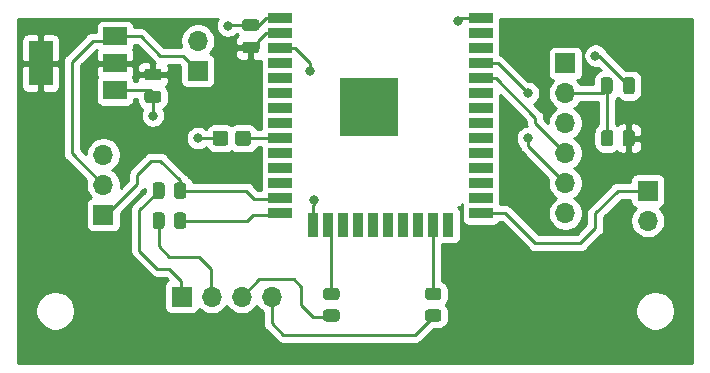
<source format=gtl>
G04 #@! TF.GenerationSoftware,KiCad,Pcbnew,(5.1.10)-1*
G04 #@! TF.CreationDate,2022-07-23T11:38:32-04:00*
G04 #@! TF.ProjectId,Hardware,48617264-7761-4726-952e-6b696361645f,rev?*
G04 #@! TF.SameCoordinates,Original*
G04 #@! TF.FileFunction,Copper,L1,Top*
G04 #@! TF.FilePolarity,Positive*
%FSLAX46Y46*%
G04 Gerber Fmt 4.6, Leading zero omitted, Abs format (unit mm)*
G04 Created by KiCad (PCBNEW (5.1.10)-1) date 2022-07-23 11:38:32*
%MOMM*%
%LPD*%
G01*
G04 APERTURE LIST*
G04 #@! TA.AperFunction,SMDPad,CuDef*
%ADD10R,2.000000X1.500000*%
G04 #@! TD*
G04 #@! TA.AperFunction,SMDPad,CuDef*
%ADD11R,2.000000X3.800000*%
G04 #@! TD*
G04 #@! TA.AperFunction,ComponentPad*
%ADD12O,1.700000X1.700000*%
G04 #@! TD*
G04 #@! TA.AperFunction,ComponentPad*
%ADD13R,1.700000X1.700000*%
G04 #@! TD*
G04 #@! TA.AperFunction,SMDPad,CuDef*
%ADD14R,2.000000X0.900000*%
G04 #@! TD*
G04 #@! TA.AperFunction,SMDPad,CuDef*
%ADD15R,0.900000X2.000000*%
G04 #@! TD*
G04 #@! TA.AperFunction,SMDPad,CuDef*
%ADD16R,5.000000X5.000000*%
G04 #@! TD*
G04 #@! TA.AperFunction,ViaPad*
%ADD17C,0.800000*%
G04 #@! TD*
G04 #@! TA.AperFunction,Conductor*
%ADD18C,0.250000*%
G04 #@! TD*
G04 #@! TA.AperFunction,Conductor*
%ADD19C,0.254000*%
G04 #@! TD*
G04 #@! TA.AperFunction,Conductor*
%ADD20C,0.100000*%
G04 #@! TD*
G04 APERTURE END LIST*
D10*
G04 #@! TO.P,U2,1*
G04 #@! TO.N,GND*
X88875000Y-103265000D03*
G04 #@! TO.P,U2,3*
G04 #@! TO.N,/BATT_POS*
X88875000Y-98665000D03*
G04 #@! TO.P,U2,2*
G04 #@! TO.N,/VDD33*
X88875000Y-100965000D03*
D11*
X82575000Y-100965000D03*
G04 #@! TD*
G04 #@! TO.P,C3,2*
G04 #@! TO.N,GND*
G04 #@! TA.AperFunction,SMDPad,CuDef*
G36*
G01*
X91600000Y-103320000D02*
X92550000Y-103320000D01*
G75*
G02*
X92800000Y-103570000I0J-250000D01*
G01*
X92800000Y-104070000D01*
G75*
G02*
X92550000Y-104320000I-250000J0D01*
G01*
X91600000Y-104320000D01*
G75*
G02*
X91350000Y-104070000I0J250000D01*
G01*
X91350000Y-103570000D01*
G75*
G02*
X91600000Y-103320000I250000J0D01*
G01*
G37*
G04 #@! TD.AperFunction*
G04 #@! TO.P,C3,1*
G04 #@! TO.N,/VDD33*
G04 #@! TA.AperFunction,SMDPad,CuDef*
G36*
G01*
X91600000Y-101420000D02*
X92550000Y-101420000D01*
G75*
G02*
X92800000Y-101670000I0J-250000D01*
G01*
X92800000Y-102170000D01*
G75*
G02*
X92550000Y-102420000I-250000J0D01*
G01*
X91600000Y-102420000D01*
G75*
G02*
X91350000Y-102170000I0J250000D01*
G01*
X91350000Y-101670000D01*
G75*
G02*
X91600000Y-101420000I250000J0D01*
G01*
G37*
G04 #@! TD.AperFunction*
G04 #@! TD*
G04 #@! TO.P,R4,2*
G04 #@! TO.N,/MTCK*
G04 #@! TA.AperFunction,SMDPad,CuDef*
G36*
G01*
X107638002Y-121012000D02*
X106737998Y-121012000D01*
G75*
G02*
X106488000Y-120762002I0J249998D01*
G01*
X106488000Y-120236998D01*
G75*
G02*
X106737998Y-119987000I249998J0D01*
G01*
X107638002Y-119987000D01*
G75*
G02*
X107888000Y-120236998I0J-249998D01*
G01*
X107888000Y-120762002D01*
G75*
G02*
X107638002Y-121012000I-249998J0D01*
G01*
G37*
G04 #@! TD.AperFunction*
G04 #@! TO.P,R4,1*
G04 #@! TO.N,Net-(J2-Pad3)*
G04 #@! TA.AperFunction,SMDPad,CuDef*
G36*
G01*
X107638002Y-122837000D02*
X106737998Y-122837000D01*
G75*
G02*
X106488000Y-122587002I0J249998D01*
G01*
X106488000Y-122061998D01*
G75*
G02*
X106737998Y-121812000I249998J0D01*
G01*
X107638002Y-121812000D01*
G75*
G02*
X107888000Y-122061998I0J-249998D01*
G01*
X107888000Y-122587002D01*
G75*
G02*
X107638002Y-122837000I-249998J0D01*
G01*
G37*
G04 #@! TD.AperFunction*
G04 #@! TD*
G04 #@! TO.P,R3,2*
G04 #@! TO.N,/MTDI*
G04 #@! TA.AperFunction,SMDPad,CuDef*
G36*
G01*
X93872000Y-114750002D02*
X93872000Y-113849998D01*
G75*
G02*
X94121998Y-113600000I249998J0D01*
G01*
X94647002Y-113600000D01*
G75*
G02*
X94897000Y-113849998I0J-249998D01*
G01*
X94897000Y-114750002D01*
G75*
G02*
X94647002Y-115000000I-249998J0D01*
G01*
X94121998Y-115000000D01*
G75*
G02*
X93872000Y-114750002I0J249998D01*
G01*
G37*
G04 #@! TD.AperFunction*
G04 #@! TO.P,R3,1*
G04 #@! TO.N,Net-(J2-Pad2)*
G04 #@! TA.AperFunction,SMDPad,CuDef*
G36*
G01*
X92047000Y-114750002D02*
X92047000Y-113849998D01*
G75*
G02*
X92296998Y-113600000I249998J0D01*
G01*
X92822002Y-113600000D01*
G75*
G02*
X93072000Y-113849998I0J-249998D01*
G01*
X93072000Y-114750002D01*
G75*
G02*
X92822002Y-115000000I-249998J0D01*
G01*
X92296998Y-115000000D01*
G75*
G02*
X92047000Y-114750002I0J249998D01*
G01*
G37*
G04 #@! TD.AperFunction*
G04 #@! TD*
D12*
G04 #@! TO.P,J7,3*
G04 #@! TO.N,GND*
X87884000Y-108712000D03*
G04 #@! TO.P,J7,2*
G04 #@! TO.N,/BATT_POS*
X87884000Y-111252000D03*
D13*
G04 #@! TO.P,J7,1*
G04 #@! TO.N,/MTMS*
X87884000Y-113792000D03*
G04 #@! TD*
G04 #@! TO.P,R2,2*
G04 #@! TO.N,/MTMS*
G04 #@! TA.AperFunction,SMDPad,CuDef*
G36*
G01*
X93872000Y-112210002D02*
X93872000Y-111309998D01*
G75*
G02*
X94121998Y-111060000I249998J0D01*
G01*
X94647002Y-111060000D01*
G75*
G02*
X94897000Y-111309998I0J-249998D01*
G01*
X94897000Y-112210002D01*
G75*
G02*
X94647002Y-112460000I-249998J0D01*
G01*
X94121998Y-112460000D01*
G75*
G02*
X93872000Y-112210002I0J249998D01*
G01*
G37*
G04 #@! TD.AperFunction*
G04 #@! TO.P,R2,1*
G04 #@! TO.N,Net-(J2-Pad1)*
G04 #@! TA.AperFunction,SMDPad,CuDef*
G36*
G01*
X92047000Y-112210002D02*
X92047000Y-111309998D01*
G75*
G02*
X92296998Y-111060000I249998J0D01*
G01*
X92822002Y-111060000D01*
G75*
G02*
X93072000Y-111309998I0J-249998D01*
G01*
X93072000Y-112210002D01*
G75*
G02*
X92822002Y-112460000I-249998J0D01*
G01*
X92296998Y-112460000D01*
G75*
G02*
X92047000Y-112210002I0J249998D01*
G01*
G37*
G04 #@! TD.AperFunction*
G04 #@! TD*
G04 #@! TO.P,J1,1*
G04 #@! TO.N,/PIR_INPUT*
X133985000Y-111760000D03*
D12*
G04 #@! TO.P,J1,2*
G04 #@! TO.N,GND*
X133985000Y-114300000D03*
G04 #@! TD*
G04 #@! TO.P,C2,2*
G04 #@! TO.N,GND*
G04 #@! TA.AperFunction,SMDPad,CuDef*
G36*
G01*
X100843668Y-98229000D02*
X99893668Y-98229000D01*
G75*
G02*
X99643668Y-97979000I0J250000D01*
G01*
X99643668Y-97479000D01*
G75*
G02*
X99893668Y-97229000I250000J0D01*
G01*
X100843668Y-97229000D01*
G75*
G02*
X101093668Y-97479000I0J-250000D01*
G01*
X101093668Y-97979000D01*
G75*
G02*
X100843668Y-98229000I-250000J0D01*
G01*
G37*
G04 #@! TD.AperFunction*
G04 #@! TO.P,C2,1*
G04 #@! TO.N,/VDD33*
G04 #@! TA.AperFunction,SMDPad,CuDef*
G36*
G01*
X100843668Y-100129000D02*
X99893668Y-100129000D01*
G75*
G02*
X99643668Y-99879000I0J250000D01*
G01*
X99643668Y-99379000D01*
G75*
G02*
X99893668Y-99129000I250000J0D01*
G01*
X100843668Y-99129000D01*
G75*
G02*
X101093668Y-99379000I0J-250000D01*
G01*
X101093668Y-99879000D01*
G75*
G02*
X100843668Y-100129000I-250000J0D01*
G01*
G37*
G04 #@! TD.AperFunction*
G04 #@! TD*
G04 #@! TO.P,R1,2*
G04 #@! TO.N,/EN*
G04 #@! TA.AperFunction,SMDPad,CuDef*
G36*
G01*
X131045000Y-106864998D02*
X131045000Y-107765002D01*
G75*
G02*
X130795002Y-108015000I-249998J0D01*
G01*
X130269998Y-108015000D01*
G75*
G02*
X130020000Y-107765002I0J249998D01*
G01*
X130020000Y-106864998D01*
G75*
G02*
X130269998Y-106615000I249998J0D01*
G01*
X130795002Y-106615000D01*
G75*
G02*
X131045000Y-106864998I0J-249998D01*
G01*
G37*
G04 #@! TD.AperFunction*
G04 #@! TO.P,R1,1*
G04 #@! TO.N,/VDD33*
G04 #@! TA.AperFunction,SMDPad,CuDef*
G36*
G01*
X132870000Y-106864998D02*
X132870000Y-107765002D01*
G75*
G02*
X132620002Y-108015000I-249998J0D01*
G01*
X132094998Y-108015000D01*
G75*
G02*
X131845000Y-107765002I0J249998D01*
G01*
X131845000Y-106864998D01*
G75*
G02*
X132094998Y-106615000I249998J0D01*
G01*
X132620002Y-106615000D01*
G75*
G02*
X132870000Y-106864998I0J-249998D01*
G01*
G37*
G04 #@! TD.AperFunction*
G04 #@! TD*
G04 #@! TO.P,C1,1*
G04 #@! TO.N,/EN*
G04 #@! TA.AperFunction,SMDPad,CuDef*
G36*
G01*
X129995000Y-103345000D02*
X129995000Y-102395000D01*
G75*
G02*
X130245000Y-102145000I250000J0D01*
G01*
X130745000Y-102145000D01*
G75*
G02*
X130995000Y-102395000I0J-250000D01*
G01*
X130995000Y-103345000D01*
G75*
G02*
X130745000Y-103595000I-250000J0D01*
G01*
X130245000Y-103595000D01*
G75*
G02*
X129995000Y-103345000I0J250000D01*
G01*
G37*
G04 #@! TD.AperFunction*
G04 #@! TO.P,C1,2*
G04 #@! TO.N,GND*
G04 #@! TA.AperFunction,SMDPad,CuDef*
G36*
G01*
X131895000Y-103345000D02*
X131895000Y-102395000D01*
G75*
G02*
X132145000Y-102145000I250000J0D01*
G01*
X132645000Y-102145000D01*
G75*
G02*
X132895000Y-102395000I0J-250000D01*
G01*
X132895000Y-103345000D01*
G75*
G02*
X132645000Y-103595000I-250000J0D01*
G01*
X132145000Y-103595000D01*
G75*
G02*
X131895000Y-103345000I0J250000D01*
G01*
G37*
G04 #@! TD.AperFunction*
G04 #@! TD*
D13*
G04 #@! TO.P,J3,1*
G04 #@! TO.N,GND*
X127000000Y-100965000D03*
D12*
G04 #@! TO.P,J3,2*
G04 #@! TO.N,/EN*
X127000000Y-103505000D03*
G04 #@! TO.P,J3,3*
G04 #@! TO.N,N/C*
X127000000Y-106045000D03*
G04 #@! TO.P,J3,4*
G04 #@! TO.N,/RXD*
X127000000Y-108585000D03*
G04 #@! TO.P,J3,5*
G04 #@! TO.N,/TXD*
X127000000Y-111125000D03*
G04 #@! TO.P,J3,6*
G04 #@! TO.N,N/C*
X127000000Y-113665000D03*
G04 #@! TD*
G04 #@! TO.P,D1,2*
G04 #@! TO.N,/IO33*
G04 #@! TA.AperFunction,SMDPad,CuDef*
G36*
G01*
X99052500Y-107715001D02*
X99052500Y-106914999D01*
G75*
G02*
X99302499Y-106665000I249999J0D01*
G01*
X100127501Y-106665000D01*
G75*
G02*
X100377500Y-106914999I0J-249999D01*
G01*
X100377500Y-107715001D01*
G75*
G02*
X100127501Y-107965000I-249999J0D01*
G01*
X99302499Y-107965000D01*
G75*
G02*
X99052500Y-107715001I0J249999D01*
G01*
G37*
G04 #@! TD.AperFunction*
G04 #@! TO.P,D1,1*
G04 #@! TO.N,GND*
G04 #@! TA.AperFunction,SMDPad,CuDef*
G36*
G01*
X97127500Y-107715001D02*
X97127500Y-106914999D01*
G75*
G02*
X97377499Y-106665000I249999J0D01*
G01*
X98202501Y-106665000D01*
G75*
G02*
X98452500Y-106914999I0J-249999D01*
G01*
X98452500Y-107715001D01*
G75*
G02*
X98202501Y-107965000I-249999J0D01*
G01*
X97377499Y-107965000D01*
G75*
G02*
X97127500Y-107715001I0J249999D01*
G01*
G37*
G04 #@! TD.AperFunction*
G04 #@! TD*
G04 #@! TO.P,R5,2*
G04 #@! TO.N,/MTDO*
G04 #@! TA.AperFunction,SMDPad,CuDef*
G36*
G01*
X116265002Y-121012000D02*
X115364998Y-121012000D01*
G75*
G02*
X115115000Y-120762002I0J249998D01*
G01*
X115115000Y-120236998D01*
G75*
G02*
X115364998Y-119987000I249998J0D01*
G01*
X116265002Y-119987000D01*
G75*
G02*
X116515000Y-120236998I0J-249998D01*
G01*
X116515000Y-120762002D01*
G75*
G02*
X116265002Y-121012000I-249998J0D01*
G01*
G37*
G04 #@! TD.AperFunction*
G04 #@! TO.P,R5,1*
G04 #@! TO.N,Net-(J2-Pad4)*
G04 #@! TA.AperFunction,SMDPad,CuDef*
G36*
G01*
X116265002Y-122837000D02*
X115364998Y-122837000D01*
G75*
G02*
X115115000Y-122587002I0J249998D01*
G01*
X115115000Y-122061998D01*
G75*
G02*
X115364998Y-121812000I249998J0D01*
G01*
X116265002Y-121812000D01*
G75*
G02*
X116515000Y-122061998I0J-249998D01*
G01*
X116515000Y-122587002D01*
G75*
G02*
X116265002Y-122837000I-249998J0D01*
G01*
G37*
G04 #@! TD.AperFunction*
G04 #@! TD*
D13*
G04 #@! TO.P,J4,1*
G04 #@! TO.N,/BATT_POS*
X95885000Y-101600000D03*
D12*
G04 #@! TO.P,J4,2*
G04 #@! TO.N,GND*
X95885000Y-99060000D03*
G04 #@! TD*
D13*
G04 #@! TO.P,J2,1*
G04 #@! TO.N,Net-(J2-Pad1)*
X94526100Y-120738900D03*
D12*
G04 #@! TO.P,J2,2*
G04 #@! TO.N,Net-(J2-Pad2)*
X97066100Y-120738900D03*
G04 #@! TO.P,J2,3*
G04 #@! TO.N,Net-(J2-Pad3)*
X99606100Y-120738900D03*
G04 #@! TO.P,J2,4*
G04 #@! TO.N,Net-(J2-Pad4)*
X102146100Y-120738900D03*
G04 #@! TD*
D14*
G04 #@! TO.P,U1,38*
G04 #@! TO.N,GND*
X119870000Y-97155000D03*
G04 #@! TO.P,U1,37*
G04 #@! TO.N,N/C*
X119870000Y-98425000D03*
G04 #@! TO.P,U1,36*
X119870000Y-99695000D03*
G04 #@! TO.P,U1,35*
G04 #@! TO.N,/TXD*
X119870000Y-100965000D03*
G04 #@! TO.P,U1,34*
G04 #@! TO.N,/RXD*
X119870000Y-102235000D03*
G04 #@! TO.P,U1,33*
G04 #@! TO.N,N/C*
X119870000Y-103505000D03*
G04 #@! TO.P,U1,32*
X119870000Y-104775000D03*
G04 #@! TO.P,U1,31*
X119870000Y-106045000D03*
G04 #@! TO.P,U1,30*
X119870000Y-107315000D03*
G04 #@! TO.P,U1,29*
X119870000Y-108585000D03*
G04 #@! TO.P,U1,28*
X119870000Y-109855000D03*
G04 #@! TO.P,U1,27*
X119870000Y-111125000D03*
G04 #@! TO.P,U1,26*
X119870000Y-112395000D03*
G04 #@! TO.P,U1,25*
G04 #@! TO.N,/PIR_INPUT*
X119870000Y-113665000D03*
D15*
G04 #@! TO.P,U1,24*
G04 #@! TO.N,N/C*
X117085000Y-114665000D03*
G04 #@! TO.P,U1,23*
G04 #@! TO.N,/MTDO*
X115815000Y-114665000D03*
G04 #@! TO.P,U1,22*
G04 #@! TO.N,N/C*
X114545000Y-114665000D03*
G04 #@! TO.P,U1,21*
X113275000Y-114665000D03*
G04 #@! TO.P,U1,20*
X112005000Y-114665000D03*
G04 #@! TO.P,U1,19*
X110735000Y-114665000D03*
G04 #@! TO.P,U1,18*
X109465000Y-114665000D03*
G04 #@! TO.P,U1,17*
X108195000Y-114665000D03*
G04 #@! TO.P,U1,16*
G04 #@! TO.N,/MTCK*
X106925000Y-114665000D03*
G04 #@! TO.P,U1,15*
G04 #@! TO.N,GND*
X105655000Y-114665000D03*
D14*
G04 #@! TO.P,U1,14*
G04 #@! TO.N,/MTDI*
X102870000Y-113665000D03*
G04 #@! TO.P,U1,13*
G04 #@! TO.N,/MTMS*
X102870000Y-112395000D03*
G04 #@! TO.P,U1,12*
G04 #@! TO.N,N/C*
X102870000Y-111125000D03*
G04 #@! TO.P,U1,11*
X102870000Y-109855000D03*
G04 #@! TO.P,U1,10*
X102870000Y-108585000D03*
G04 #@! TO.P,U1,9*
G04 #@! TO.N,/IO33*
X102870000Y-107315000D03*
G04 #@! TO.P,U1,8*
G04 #@! TO.N,N/C*
X102870000Y-106045000D03*
G04 #@! TO.P,U1,7*
X102870000Y-104775000D03*
G04 #@! TO.P,U1,6*
X102870000Y-103505000D03*
G04 #@! TO.P,U1,5*
X102870000Y-102235000D03*
G04 #@! TO.P,U1,4*
X102870000Y-100965000D03*
G04 #@! TO.P,U1,3*
G04 #@! TO.N,/EN*
X102870000Y-99695000D03*
G04 #@! TO.P,U1,2*
G04 #@! TO.N,/VDD33*
X102870000Y-98425000D03*
G04 #@! TO.P,U1,1*
G04 #@! TO.N,GND*
X102870000Y-97155000D03*
D16*
G04 #@! TO.P,U1,39*
X110370000Y-104655000D03*
G04 #@! TD*
D17*
G04 #@! TO.N,GND*
X109855000Y-105410000D03*
X95885000Y-107315000D03*
X129540000Y-100330000D03*
X105689400Y-112585500D03*
X117894100Y-97383600D03*
X98425000Y-97790000D03*
X92075000Y-105410000D03*
G04 #@! TO.N,/TXD*
X123825000Y-103505000D03*
X123825000Y-107315000D03*
G04 #@! TO.N,/EN*
X105410000Y-101600000D03*
G04 #@! TD*
D18*
G04 #@! TO.N,GND*
X109855000Y-105410000D02*
X109855000Y-104775000D01*
X109855000Y-104775000D02*
X110490000Y-104140000D01*
X97790000Y-107315000D02*
X96520000Y-107315000D01*
X96520000Y-107315000D02*
X95885000Y-107315000D01*
X100391000Y-97729000D02*
X100330000Y-97790000D01*
X132395000Y-102870000D02*
X129855000Y-100330000D01*
X129855000Y-100330000D02*
X129540000Y-100330000D01*
X105655000Y-114665000D02*
X105655000Y-112970200D01*
X105689400Y-112935800D02*
X105689400Y-112585500D01*
X105655000Y-112970200D02*
X105689400Y-112935800D01*
X102870000Y-97155000D02*
X103174800Y-97155000D01*
X119870000Y-97155000D02*
X118122700Y-97155000D01*
X118122700Y-97155000D02*
X117894100Y-97383600D01*
X101620000Y-97155000D02*
X100985000Y-97790000D01*
X102870000Y-97155000D02*
X101620000Y-97155000D01*
X100985000Y-97790000D02*
X100330000Y-97790000D01*
X98486000Y-97729000D02*
X98425000Y-97790000D01*
X100368668Y-97729000D02*
X98486000Y-97729000D01*
X92075000Y-103820000D02*
X92075000Y-104140000D01*
X88875000Y-103265000D02*
X91835000Y-103265000D01*
X91835000Y-103265000D02*
X92075000Y-103505000D01*
X92075000Y-103820000D02*
X92075000Y-105410000D01*
G04 #@! TO.N,/VDD33*
X100796478Y-99695000D02*
X100330000Y-99695000D01*
X101620000Y-98425000D02*
X100965000Y-99080000D01*
X102870000Y-98425000D02*
X101620000Y-98425000D01*
X100965000Y-99080000D02*
X100965000Y-99695000D01*
G04 #@! TO.N,Net-(J2-Pad1)*
X92559500Y-111760000D02*
X90932000Y-113387500D01*
X90932000Y-113387500D02*
X90932000Y-116840000D01*
X90932000Y-116840000D02*
X92456000Y-118364000D01*
X92456000Y-118364000D02*
X93472000Y-118364000D01*
X93472000Y-118364000D02*
X94488000Y-119380000D01*
X94488000Y-119380000D02*
X94488000Y-120904000D01*
G04 #@! TO.N,Net-(J2-Pad2)*
X92559500Y-114300000D02*
X92559500Y-116435500D01*
X92559500Y-116435500D02*
X93472000Y-117348000D01*
X93472000Y-117348000D02*
X96012000Y-117348000D01*
X96012000Y-117348000D02*
X97028000Y-118364000D01*
X97028000Y-118364000D02*
X97028000Y-120904000D01*
X97028000Y-120904000D02*
X97028000Y-121412000D01*
G04 #@! TO.N,Net-(J2-Pad3)*
X99606100Y-120738900D02*
X101092000Y-119253000D01*
X101092000Y-119253000D02*
X104013000Y-119253000D01*
X104013000Y-119253000D02*
X104648000Y-119888000D01*
X104648000Y-119888000D02*
X104648000Y-121412000D01*
X104648000Y-121412000D02*
X105664000Y-122428000D01*
X105664000Y-122428000D02*
X107188000Y-122428000D01*
G04 #@! TO.N,Net-(J2-Pad4)*
X102146100Y-120738900D02*
X102146100Y-122974100D01*
X102146100Y-122974100D02*
X103124000Y-123952000D01*
X103124000Y-123952000D02*
X114300000Y-123952000D01*
X114300000Y-123952000D02*
X115824000Y-122428000D01*
G04 #@! TO.N,/TXD*
X119870000Y-100965000D02*
X121120000Y-100965000D01*
X121285000Y-100965000D02*
X123825000Y-103505000D01*
X121120000Y-100965000D02*
X121285000Y-100965000D01*
X123825000Y-107315000D02*
X123825000Y-107950000D01*
X123825000Y-107950000D02*
X127000000Y-111125000D01*
G04 #@! TO.N,/RXD*
X120635002Y-102235000D02*
X120015000Y-102235000D01*
X121120000Y-102235000D02*
X124460000Y-105575000D01*
X119870000Y-102235000D02*
X121120000Y-102235000D01*
X124460000Y-105575000D02*
X124460000Y-106045000D01*
X124460000Y-106045000D02*
X127000000Y-108585000D01*
G04 #@! TO.N,/IO33*
X99715000Y-107315000D02*
X102870000Y-107315000D01*
G04 #@! TO.N,/MTMS*
X94384500Y-111760000D02*
X100004880Y-111760000D01*
X100004880Y-111760000D02*
X100665280Y-112420400D01*
X100665280Y-112420400D02*
X102575360Y-112420400D01*
X94384500Y-111760000D02*
X94384500Y-111656500D01*
X90765999Y-110402001D02*
X91948000Y-109220000D01*
X90765999Y-110402001D02*
X90765999Y-111164001D01*
X90765999Y-111164001D02*
X88265000Y-113665000D01*
X94384500Y-111760000D02*
X94384500Y-110894500D01*
X92710000Y-109220000D02*
X91948000Y-109220000D01*
X94384500Y-110894500D02*
X92710000Y-109220000D01*
G04 #@! TO.N,/MTDI*
X94384500Y-114300000D02*
X100076000Y-114300000D01*
X100076000Y-114300000D02*
X100584000Y-113792000D01*
X100584000Y-113792000D02*
X102616000Y-113792000D01*
G04 #@! TO.N,/MTCK*
X107188000Y-120499500D02*
X107188000Y-115316000D01*
X107188000Y-115316000D02*
X106680000Y-114808000D01*
X106680000Y-114808000D02*
X106680000Y-115316000D01*
G04 #@! TO.N,/MTDO*
X115815000Y-120499500D02*
X115815000Y-115325000D01*
X115815000Y-115325000D02*
X115824000Y-115316000D01*
G04 #@! TO.N,/EN*
X127320000Y-103825000D02*
X127000000Y-103505000D01*
X105410000Y-100985000D02*
X105410000Y-101600000D01*
X104120000Y-99695000D02*
X105410000Y-100985000D01*
X102870000Y-99695000D02*
X104120000Y-99695000D01*
X130532500Y-107315000D02*
X130532500Y-103147500D01*
X130532500Y-103147500D02*
X130175000Y-103505000D01*
X130175000Y-103505000D02*
X127000000Y-103505000D01*
G04 #@! TO.N,/BATT_POS*
X88875000Y-98665000D02*
X91045000Y-98665000D01*
X91045000Y-98665000D02*
X92710000Y-100330000D01*
X92710000Y-100330000D02*
X94615000Y-100330000D01*
X94615000Y-100330000D02*
X95885000Y-101600000D01*
G04 #@! TO.N,/PIR_INPUT*
X129540000Y-113665000D02*
X131445000Y-111760000D01*
X131445000Y-111760000D02*
X133985000Y-111760000D01*
X129540000Y-113665000D02*
X129540000Y-114935000D01*
X129540000Y-114935000D02*
X128270000Y-116205000D01*
X128270000Y-116205000D02*
X124460000Y-116205000D01*
X124460000Y-116205000D02*
X121920000Y-113665000D01*
X121920000Y-113665000D02*
X120015000Y-113665000D01*
G04 #@! TO.N,/BATT_POS*
X87884000Y-111252000D02*
X85217000Y-108585000D01*
X85217000Y-108585000D02*
X85217000Y-100838000D01*
X85217000Y-100838000D02*
X86995000Y-99060000D01*
X86995000Y-99060000D02*
X88900000Y-99060000D01*
G04 #@! TD*
D19*
G04 #@! TO.N,/VDD33*
X97507795Y-97299744D02*
X97429774Y-97488102D01*
X97390000Y-97688061D01*
X97390000Y-97891939D01*
X97429774Y-98091898D01*
X97507795Y-98280256D01*
X97621063Y-98449774D01*
X97765226Y-98593937D01*
X97934744Y-98707205D01*
X98123102Y-98785226D01*
X98323061Y-98825000D01*
X98526939Y-98825000D01*
X98726898Y-98785226D01*
X98915256Y-98707205D01*
X99084774Y-98593937D01*
X99178279Y-98500432D01*
X99265706Y-98606962D01*
X99272262Y-98612342D01*
X99192483Y-98677815D01*
X99113131Y-98774506D01*
X99054166Y-98884820D01*
X99017856Y-99004518D01*
X99005596Y-99129000D01*
X99008668Y-99343250D01*
X99167418Y-99502000D01*
X100241668Y-99502000D01*
X100241668Y-99482000D01*
X100495668Y-99482000D01*
X100495668Y-99502000D01*
X100515668Y-99502000D01*
X100515668Y-99756000D01*
X100495668Y-99756000D01*
X100495668Y-100605250D01*
X100654418Y-100764000D01*
X101093668Y-100767072D01*
X101218150Y-100754812D01*
X101231928Y-100750632D01*
X101231928Y-101415000D01*
X101244188Y-101539482D01*
X101262546Y-101599999D01*
X101244188Y-101660518D01*
X101231928Y-101785000D01*
X101231928Y-102685000D01*
X101244188Y-102809482D01*
X101262546Y-102869999D01*
X101244188Y-102930518D01*
X101231928Y-103055000D01*
X101231928Y-103955000D01*
X101244188Y-104079482D01*
X101262546Y-104140000D01*
X101244188Y-104200518D01*
X101231928Y-104325000D01*
X101231928Y-105225000D01*
X101244188Y-105349482D01*
X101262546Y-105410000D01*
X101244188Y-105470518D01*
X101231928Y-105595000D01*
X101231928Y-106495000D01*
X101237837Y-106555000D01*
X100937202Y-106555000D01*
X100865905Y-106421613D01*
X100755462Y-106287038D01*
X100620887Y-106176595D01*
X100467351Y-106094528D01*
X100300755Y-106043992D01*
X100127501Y-106026928D01*
X99302499Y-106026928D01*
X99129245Y-106043992D01*
X98962649Y-106094528D01*
X98809113Y-106176595D01*
X98752500Y-106223056D01*
X98695887Y-106176595D01*
X98542351Y-106094528D01*
X98375755Y-106043992D01*
X98202501Y-106026928D01*
X97377499Y-106026928D01*
X97204245Y-106043992D01*
X97037649Y-106094528D01*
X96884113Y-106176595D01*
X96749538Y-106287038D01*
X96639095Y-106421613D01*
X96575083Y-106541372D01*
X96544774Y-106511063D01*
X96375256Y-106397795D01*
X96186898Y-106319774D01*
X95986939Y-106280000D01*
X95783061Y-106280000D01*
X95583102Y-106319774D01*
X95394744Y-106397795D01*
X95225226Y-106511063D01*
X95081063Y-106655226D01*
X94967795Y-106824744D01*
X94889774Y-107013102D01*
X94850000Y-107213061D01*
X94850000Y-107416939D01*
X94889774Y-107616898D01*
X94967795Y-107805256D01*
X95081063Y-107974774D01*
X95225226Y-108118937D01*
X95394744Y-108232205D01*
X95583102Y-108310226D01*
X95783061Y-108350000D01*
X95986939Y-108350000D01*
X96186898Y-108310226D01*
X96375256Y-108232205D01*
X96544774Y-108118937D01*
X96575083Y-108088628D01*
X96639095Y-108208387D01*
X96749538Y-108342962D01*
X96884113Y-108453405D01*
X97037649Y-108535472D01*
X97204245Y-108586008D01*
X97377499Y-108603072D01*
X98202501Y-108603072D01*
X98375755Y-108586008D01*
X98542351Y-108535472D01*
X98695887Y-108453405D01*
X98752500Y-108406944D01*
X98809113Y-108453405D01*
X98962649Y-108535472D01*
X99129245Y-108586008D01*
X99302499Y-108603072D01*
X100127501Y-108603072D01*
X100300755Y-108586008D01*
X100467351Y-108535472D01*
X100620887Y-108453405D01*
X100755462Y-108342962D01*
X100865905Y-108208387D01*
X100937202Y-108075000D01*
X101237837Y-108075000D01*
X101231928Y-108135000D01*
X101231928Y-109035000D01*
X101244188Y-109159482D01*
X101262546Y-109220000D01*
X101244188Y-109280518D01*
X101231928Y-109405000D01*
X101231928Y-110305000D01*
X101244188Y-110429482D01*
X101262546Y-110490000D01*
X101244188Y-110550518D01*
X101231928Y-110675000D01*
X101231928Y-111575000D01*
X101240339Y-111660400D01*
X100980082Y-111660400D01*
X100568683Y-111249002D01*
X100544881Y-111219999D01*
X100429156Y-111125026D01*
X100297127Y-111054454D01*
X100153866Y-111010997D01*
X100042213Y-111000000D01*
X100042202Y-111000000D01*
X100004880Y-110996324D01*
X99967558Y-111000000D01*
X95476527Y-111000000D01*
X95467472Y-110970148D01*
X95385405Y-110816613D01*
X95274962Y-110682038D01*
X95140387Y-110571595D01*
X95046968Y-110521661D01*
X95019474Y-110470224D01*
X94948299Y-110383497D01*
X94924501Y-110354499D01*
X94895503Y-110330701D01*
X93273804Y-108709003D01*
X93250001Y-108679999D01*
X93134276Y-108585026D01*
X93002247Y-108514454D01*
X92858986Y-108470997D01*
X92747333Y-108460000D01*
X92747322Y-108460000D01*
X92710000Y-108456324D01*
X92672678Y-108460000D01*
X91985323Y-108460000D01*
X91948000Y-108456324D01*
X91910677Y-108460000D01*
X91910667Y-108460000D01*
X91799014Y-108470997D01*
X91655753Y-108514454D01*
X91523724Y-108585026D01*
X91407999Y-108679999D01*
X91384201Y-108708997D01*
X90255002Y-109838197D01*
X90225998Y-109862000D01*
X90173848Y-109925546D01*
X90131025Y-109977725D01*
X90104158Y-110027990D01*
X90060453Y-110109755D01*
X90016996Y-110253016D01*
X90005999Y-110364669D01*
X90005999Y-110364679D01*
X90002323Y-110402001D01*
X90005999Y-110439323D01*
X90005999Y-110849199D01*
X89347164Y-111508034D01*
X89369000Y-111398260D01*
X89369000Y-111105740D01*
X89311932Y-110818842D01*
X89199990Y-110548589D01*
X89037475Y-110305368D01*
X88830632Y-110098525D01*
X88656240Y-109982000D01*
X88830632Y-109865475D01*
X89037475Y-109658632D01*
X89199990Y-109415411D01*
X89311932Y-109145158D01*
X89369000Y-108858260D01*
X89369000Y-108565740D01*
X89311932Y-108278842D01*
X89199990Y-108008589D01*
X89037475Y-107765368D01*
X88830632Y-107558525D01*
X88587411Y-107396010D01*
X88317158Y-107284068D01*
X88030260Y-107227000D01*
X87737740Y-107227000D01*
X87450842Y-107284068D01*
X87180589Y-107396010D01*
X86937368Y-107558525D01*
X86730525Y-107765368D01*
X86568010Y-108008589D01*
X86456068Y-108278842D01*
X86399000Y-108565740D01*
X86399000Y-108692199D01*
X85977000Y-108270199D01*
X85977000Y-101715000D01*
X87236928Y-101715000D01*
X87249188Y-101839482D01*
X87285498Y-101959180D01*
X87344463Y-102069494D01*
X87381809Y-102115000D01*
X87344463Y-102160506D01*
X87285498Y-102270820D01*
X87249188Y-102390518D01*
X87236928Y-102515000D01*
X87236928Y-104015000D01*
X87249188Y-104139482D01*
X87285498Y-104259180D01*
X87344463Y-104369494D01*
X87423815Y-104466185D01*
X87520506Y-104545537D01*
X87630820Y-104604502D01*
X87750518Y-104640812D01*
X87875000Y-104653072D01*
X89875000Y-104653072D01*
X89999482Y-104640812D01*
X90119180Y-104604502D01*
X90229494Y-104545537D01*
X90326185Y-104466185D01*
X90405537Y-104369494D01*
X90464502Y-104259180D01*
X90500812Y-104139482D01*
X90512087Y-104025000D01*
X90711928Y-104025000D01*
X90711928Y-104070000D01*
X90728992Y-104243254D01*
X90779528Y-104409850D01*
X90861595Y-104563386D01*
X90972038Y-104697962D01*
X91106614Y-104808405D01*
X91199143Y-104857863D01*
X91157795Y-104919744D01*
X91079774Y-105108102D01*
X91040000Y-105308061D01*
X91040000Y-105511939D01*
X91079774Y-105711898D01*
X91157795Y-105900256D01*
X91271063Y-106069774D01*
X91415226Y-106213937D01*
X91584744Y-106327205D01*
X91773102Y-106405226D01*
X91973061Y-106445000D01*
X92176939Y-106445000D01*
X92376898Y-106405226D01*
X92565256Y-106327205D01*
X92734774Y-106213937D01*
X92878937Y-106069774D01*
X92992205Y-105900256D01*
X93070226Y-105711898D01*
X93110000Y-105511939D01*
X93110000Y-105308061D01*
X93070226Y-105108102D01*
X92992205Y-104919744D01*
X92950857Y-104857863D01*
X93043386Y-104808405D01*
X93177962Y-104697962D01*
X93288405Y-104563386D01*
X93370472Y-104409850D01*
X93421008Y-104243254D01*
X93438072Y-104070000D01*
X93438072Y-103570000D01*
X93421008Y-103396746D01*
X93370472Y-103230150D01*
X93288405Y-103076614D01*
X93177962Y-102942038D01*
X93171406Y-102936658D01*
X93251185Y-102871185D01*
X93330537Y-102774494D01*
X93389502Y-102664180D01*
X93425812Y-102544482D01*
X93438072Y-102420000D01*
X93435000Y-102205750D01*
X93276250Y-102047000D01*
X92202000Y-102047000D01*
X92202000Y-102067000D01*
X91948000Y-102067000D01*
X91948000Y-102047000D01*
X90873750Y-102047000D01*
X90715000Y-102205750D01*
X90711928Y-102420000D01*
X90720299Y-102505000D01*
X90512087Y-102505000D01*
X90500812Y-102390518D01*
X90464502Y-102270820D01*
X90405537Y-102160506D01*
X90368191Y-102115000D01*
X90405537Y-102069494D01*
X90464502Y-101959180D01*
X90500812Y-101839482D01*
X90513072Y-101715000D01*
X90511120Y-101420000D01*
X90711928Y-101420000D01*
X90715000Y-101634250D01*
X90873750Y-101793000D01*
X91948000Y-101793000D01*
X91948000Y-100943750D01*
X91789250Y-100785000D01*
X91350000Y-100781928D01*
X91225518Y-100794188D01*
X91105820Y-100830498D01*
X90995506Y-100889463D01*
X90898815Y-100968815D01*
X90819463Y-101065506D01*
X90760498Y-101175820D01*
X90724188Y-101295518D01*
X90711928Y-101420000D01*
X90511120Y-101420000D01*
X90510000Y-101250750D01*
X90351250Y-101092000D01*
X89002000Y-101092000D01*
X89002000Y-101112000D01*
X88748000Y-101112000D01*
X88748000Y-101092000D01*
X87398750Y-101092000D01*
X87240000Y-101250750D01*
X87236928Y-101715000D01*
X85977000Y-101715000D01*
X85977000Y-101152801D01*
X87309802Y-99820000D01*
X87377705Y-99820000D01*
X87344463Y-99860506D01*
X87285498Y-99970820D01*
X87249188Y-100090518D01*
X87236928Y-100215000D01*
X87240000Y-100679250D01*
X87398750Y-100838000D01*
X88748000Y-100838000D01*
X88748000Y-100818000D01*
X89002000Y-100818000D01*
X89002000Y-100838000D01*
X90351250Y-100838000D01*
X90510000Y-100679250D01*
X90513072Y-100215000D01*
X90500812Y-100090518D01*
X90464502Y-99970820D01*
X90405537Y-99860506D01*
X90368191Y-99815000D01*
X90405537Y-99769494D01*
X90464502Y-99659180D01*
X90500812Y-99539482D01*
X90512087Y-99425000D01*
X90730199Y-99425000D01*
X92146200Y-100841002D01*
X92169999Y-100870001D01*
X92228082Y-100917668D01*
X92202000Y-100943750D01*
X92202000Y-101793000D01*
X93276250Y-101793000D01*
X93435000Y-101634250D01*
X93438072Y-101420000D01*
X93425812Y-101295518D01*
X93389502Y-101175820D01*
X93343630Y-101090000D01*
X94300199Y-101090000D01*
X94396928Y-101186729D01*
X94396928Y-102450000D01*
X94409188Y-102574482D01*
X94445498Y-102694180D01*
X94504463Y-102804494D01*
X94583815Y-102901185D01*
X94680506Y-102980537D01*
X94790820Y-103039502D01*
X94910518Y-103075812D01*
X95035000Y-103088072D01*
X96735000Y-103088072D01*
X96859482Y-103075812D01*
X96979180Y-103039502D01*
X97089494Y-102980537D01*
X97186185Y-102901185D01*
X97265537Y-102804494D01*
X97324502Y-102694180D01*
X97360812Y-102574482D01*
X97373072Y-102450000D01*
X97373072Y-100750000D01*
X97360812Y-100625518D01*
X97324502Y-100505820D01*
X97265537Y-100395506D01*
X97186185Y-100298815D01*
X97089494Y-100219463D01*
X96979180Y-100160498D01*
X96906620Y-100138487D01*
X96916107Y-100129000D01*
X99005596Y-100129000D01*
X99017856Y-100253482D01*
X99054166Y-100373180D01*
X99113131Y-100483494D01*
X99192483Y-100580185D01*
X99289174Y-100659537D01*
X99399488Y-100718502D01*
X99519186Y-100754812D01*
X99643668Y-100767072D01*
X100082918Y-100764000D01*
X100241668Y-100605250D01*
X100241668Y-99756000D01*
X99167418Y-99756000D01*
X99008668Y-99914750D01*
X99005596Y-100129000D01*
X96916107Y-100129000D01*
X97038475Y-100006632D01*
X97200990Y-99763411D01*
X97312932Y-99493158D01*
X97370000Y-99206260D01*
X97370000Y-98913740D01*
X97312932Y-98626842D01*
X97200990Y-98356589D01*
X97038475Y-98113368D01*
X96831632Y-97906525D01*
X96588411Y-97744010D01*
X96318158Y-97632068D01*
X96031260Y-97575000D01*
X95738740Y-97575000D01*
X95451842Y-97632068D01*
X95181589Y-97744010D01*
X94938368Y-97906525D01*
X94731525Y-98113368D01*
X94569010Y-98356589D01*
X94457068Y-98626842D01*
X94400000Y-98913740D01*
X94400000Y-99206260D01*
X94457068Y-99493158D01*
X94488897Y-99570000D01*
X93024802Y-99570000D01*
X91608804Y-98154003D01*
X91585001Y-98124999D01*
X91469276Y-98030026D01*
X91337247Y-97959454D01*
X91193986Y-97915997D01*
X91082333Y-97905000D01*
X91082322Y-97905000D01*
X91045000Y-97901324D01*
X91007678Y-97905000D01*
X90512087Y-97905000D01*
X90500812Y-97790518D01*
X90464502Y-97670820D01*
X90405537Y-97560506D01*
X90326185Y-97463815D01*
X90229494Y-97384463D01*
X90119180Y-97325498D01*
X89999482Y-97289188D01*
X89875000Y-97276928D01*
X87875000Y-97276928D01*
X87750518Y-97289188D01*
X87630820Y-97325498D01*
X87520506Y-97384463D01*
X87423815Y-97463815D01*
X87344463Y-97560506D01*
X87285498Y-97670820D01*
X87249188Y-97790518D01*
X87236928Y-97915000D01*
X87236928Y-98300000D01*
X87032325Y-98300000D01*
X86995000Y-98296324D01*
X86957675Y-98300000D01*
X86957667Y-98300000D01*
X86846014Y-98310997D01*
X86702753Y-98354454D01*
X86570724Y-98425026D01*
X86454999Y-98519999D01*
X86431201Y-98548997D01*
X84705998Y-100274201D01*
X84677000Y-100297999D01*
X84653202Y-100326997D01*
X84653201Y-100326998D01*
X84582026Y-100413724D01*
X84511454Y-100545754D01*
X84488251Y-100622247D01*
X84467998Y-100689014D01*
X84457001Y-100800667D01*
X84453324Y-100838000D01*
X84457001Y-100875332D01*
X84457000Y-108547678D01*
X84453324Y-108585000D01*
X84457000Y-108622322D01*
X84457000Y-108622332D01*
X84467997Y-108733985D01*
X84505695Y-108858260D01*
X84511454Y-108877246D01*
X84582026Y-109009276D01*
X84615863Y-109050506D01*
X84676999Y-109125001D01*
X84706003Y-109148804D01*
X86442790Y-110885592D01*
X86399000Y-111105740D01*
X86399000Y-111398260D01*
X86456068Y-111685158D01*
X86568010Y-111955411D01*
X86730525Y-112198632D01*
X86862380Y-112330487D01*
X86789820Y-112352498D01*
X86679506Y-112411463D01*
X86582815Y-112490815D01*
X86503463Y-112587506D01*
X86444498Y-112697820D01*
X86408188Y-112817518D01*
X86395928Y-112942000D01*
X86395928Y-114642000D01*
X86408188Y-114766482D01*
X86444498Y-114886180D01*
X86503463Y-114996494D01*
X86582815Y-115093185D01*
X86679506Y-115172537D01*
X86789820Y-115231502D01*
X86909518Y-115267812D01*
X87034000Y-115280072D01*
X88734000Y-115280072D01*
X88858482Y-115267812D01*
X88978180Y-115231502D01*
X89088494Y-115172537D01*
X89185185Y-115093185D01*
X89264537Y-114996494D01*
X89323502Y-114886180D01*
X89359812Y-114766482D01*
X89372072Y-114642000D01*
X89372072Y-113632729D01*
X91277002Y-111727800D01*
X91306000Y-111704002D01*
X91400973Y-111588277D01*
X91408928Y-111573394D01*
X91408928Y-111835770D01*
X90421003Y-112823696D01*
X90391999Y-112847499D01*
X90344810Y-112905000D01*
X90297026Y-112963224D01*
X90237014Y-113075498D01*
X90226454Y-113095254D01*
X90182997Y-113238515D01*
X90172000Y-113350168D01*
X90172000Y-113350178D01*
X90168324Y-113387500D01*
X90172000Y-113424823D01*
X90172001Y-116802668D01*
X90168324Y-116840000D01*
X90172001Y-116877333D01*
X90179553Y-116954003D01*
X90182998Y-116988985D01*
X90226454Y-117132246D01*
X90297026Y-117264276D01*
X90365737Y-117348000D01*
X90392000Y-117380001D01*
X90420998Y-117403799D01*
X91892205Y-118875008D01*
X91915999Y-118904001D01*
X91944992Y-118927795D01*
X91944996Y-118927799D01*
X92015685Y-118985811D01*
X92031724Y-118998974D01*
X92163753Y-119069546D01*
X92307014Y-119113003D01*
X92418667Y-119124000D01*
X92418676Y-119124000D01*
X92455999Y-119127676D01*
X92493322Y-119124000D01*
X93157199Y-119124000D01*
X93367194Y-119333995D01*
X93321606Y-119358363D01*
X93224915Y-119437715D01*
X93145563Y-119534406D01*
X93086598Y-119644720D01*
X93050288Y-119764418D01*
X93038028Y-119888900D01*
X93038028Y-121588900D01*
X93050288Y-121713382D01*
X93086598Y-121833080D01*
X93145563Y-121943394D01*
X93224915Y-122040085D01*
X93321606Y-122119437D01*
X93431920Y-122178402D01*
X93551618Y-122214712D01*
X93676100Y-122226972D01*
X95376100Y-122226972D01*
X95500582Y-122214712D01*
X95620280Y-122178402D01*
X95730594Y-122119437D01*
X95827285Y-122040085D01*
X95906637Y-121943394D01*
X95965602Y-121833080D01*
X95987613Y-121760520D01*
X96119468Y-121892375D01*
X96362689Y-122054890D01*
X96632942Y-122166832D01*
X96919840Y-122223900D01*
X97212360Y-122223900D01*
X97499258Y-122166832D01*
X97769511Y-122054890D01*
X98012732Y-121892375D01*
X98219575Y-121685532D01*
X98336100Y-121511140D01*
X98452625Y-121685532D01*
X98659468Y-121892375D01*
X98902689Y-122054890D01*
X99172942Y-122166832D01*
X99459840Y-122223900D01*
X99752360Y-122223900D01*
X100039258Y-122166832D01*
X100309511Y-122054890D01*
X100552732Y-121892375D01*
X100759575Y-121685532D01*
X100876100Y-121511140D01*
X100992625Y-121685532D01*
X101199468Y-121892375D01*
X101386101Y-122017079D01*
X101386101Y-122936768D01*
X101382424Y-122974100D01*
X101386101Y-123011433D01*
X101392893Y-123080387D01*
X101397098Y-123123085D01*
X101440554Y-123266346D01*
X101511126Y-123398376D01*
X101582301Y-123485102D01*
X101606100Y-123514101D01*
X101635098Y-123537899D01*
X102560205Y-124463008D01*
X102583999Y-124492001D01*
X102612992Y-124515795D01*
X102612996Y-124515799D01*
X102683685Y-124573811D01*
X102699724Y-124586974D01*
X102831753Y-124657546D01*
X102975014Y-124701003D01*
X103086667Y-124712000D01*
X103086676Y-124712000D01*
X103123999Y-124715676D01*
X103161322Y-124712000D01*
X114262678Y-124712000D01*
X114300000Y-124715676D01*
X114337322Y-124712000D01*
X114337333Y-124712000D01*
X114448986Y-124701003D01*
X114592247Y-124657546D01*
X114724276Y-124586974D01*
X114840001Y-124492001D01*
X114863803Y-124462998D01*
X115851730Y-123475072D01*
X116265002Y-123475072D01*
X116438256Y-123458008D01*
X116604852Y-123407472D01*
X116758387Y-123325405D01*
X116892962Y-123214962D01*
X117003405Y-123080387D01*
X117085472Y-122926852D01*
X117136008Y-122760256D01*
X117153072Y-122587002D01*
X117153072Y-122061998D01*
X117136008Y-121888744D01*
X117095147Y-121754042D01*
X132935000Y-121754042D01*
X132935000Y-122085958D01*
X132999754Y-122411496D01*
X133126772Y-122718147D01*
X133311175Y-122994125D01*
X133545875Y-123228825D01*
X133821853Y-123413228D01*
X134128504Y-123540246D01*
X134454042Y-123605000D01*
X134785958Y-123605000D01*
X135111496Y-123540246D01*
X135418147Y-123413228D01*
X135694125Y-123228825D01*
X135928825Y-122994125D01*
X136113228Y-122718147D01*
X136240246Y-122411496D01*
X136305000Y-122085958D01*
X136305000Y-121754042D01*
X136240246Y-121428504D01*
X136113228Y-121121853D01*
X135928825Y-120845875D01*
X135694125Y-120611175D01*
X135418147Y-120426772D01*
X135111496Y-120299754D01*
X134785958Y-120235000D01*
X134454042Y-120235000D01*
X134128504Y-120299754D01*
X133821853Y-120426772D01*
X133545875Y-120611175D01*
X133311175Y-120845875D01*
X133126772Y-121121853D01*
X132999754Y-121428504D01*
X132935000Y-121754042D01*
X117095147Y-121754042D01*
X117085472Y-121722148D01*
X117003405Y-121568613D01*
X116892962Y-121434038D01*
X116866109Y-121412000D01*
X116892962Y-121389962D01*
X117003405Y-121255387D01*
X117085472Y-121101852D01*
X117136008Y-120935256D01*
X117153072Y-120762002D01*
X117153072Y-120236998D01*
X117136008Y-120063744D01*
X117085472Y-119897148D01*
X117003405Y-119743613D01*
X116892962Y-119609038D01*
X116758387Y-119498595D01*
X116604852Y-119416528D01*
X116575000Y-119407473D01*
X116575000Y-116297163D01*
X116635000Y-116303072D01*
X117535000Y-116303072D01*
X117659482Y-116290812D01*
X117779180Y-116254502D01*
X117889494Y-116195537D01*
X117986185Y-116116185D01*
X118065537Y-116019494D01*
X118124502Y-115909180D01*
X118160812Y-115789482D01*
X118173072Y-115665000D01*
X118173072Y-113665000D01*
X118160812Y-113540518D01*
X118124502Y-113420820D01*
X118065537Y-113310506D01*
X117986185Y-113213815D01*
X117916956Y-113157000D01*
X118110000Y-113157000D01*
X118134776Y-113154560D01*
X118158601Y-113147333D01*
X118180557Y-113135597D01*
X118199803Y-113119803D01*
X118215597Y-113100557D01*
X118227333Y-113078601D01*
X118234560Y-113054776D01*
X118237000Y-113030000D01*
X118237000Y-112896499D01*
X118244188Y-112969482D01*
X118262546Y-113030000D01*
X118244188Y-113090518D01*
X118231928Y-113215000D01*
X118231928Y-114115000D01*
X118244188Y-114239482D01*
X118280498Y-114359180D01*
X118339463Y-114469494D01*
X118418815Y-114566185D01*
X118515506Y-114645537D01*
X118625820Y-114704502D01*
X118745518Y-114740812D01*
X118870000Y-114753072D01*
X120870000Y-114753072D01*
X120994482Y-114740812D01*
X121114180Y-114704502D01*
X121224494Y-114645537D01*
X121321185Y-114566185D01*
X121400537Y-114469494D01*
X121424320Y-114425000D01*
X121605199Y-114425000D01*
X123896205Y-116716008D01*
X123919999Y-116745001D01*
X123948992Y-116768795D01*
X123948996Y-116768799D01*
X123967764Y-116784201D01*
X124035724Y-116839974D01*
X124167753Y-116910546D01*
X124311014Y-116954003D01*
X124422667Y-116965000D01*
X124422676Y-116965000D01*
X124459999Y-116968676D01*
X124497322Y-116965000D01*
X128232678Y-116965000D01*
X128270000Y-116968676D01*
X128307322Y-116965000D01*
X128307333Y-116965000D01*
X128418986Y-116954003D01*
X128562247Y-116910546D01*
X128694276Y-116839974D01*
X128810001Y-116745001D01*
X128833804Y-116715997D01*
X130051003Y-115498799D01*
X130080001Y-115475001D01*
X130174974Y-115359276D01*
X130245546Y-115227247D01*
X130289003Y-115083986D01*
X130300000Y-114972333D01*
X130300000Y-114972324D01*
X130303676Y-114935001D01*
X130300000Y-114897678D01*
X130300000Y-113979801D01*
X131759802Y-112520000D01*
X132496928Y-112520000D01*
X132496928Y-112610000D01*
X132509188Y-112734482D01*
X132545498Y-112854180D01*
X132604463Y-112964494D01*
X132683815Y-113061185D01*
X132780506Y-113140537D01*
X132890820Y-113199502D01*
X132963380Y-113221513D01*
X132831525Y-113353368D01*
X132669010Y-113596589D01*
X132557068Y-113866842D01*
X132500000Y-114153740D01*
X132500000Y-114446260D01*
X132557068Y-114733158D01*
X132669010Y-115003411D01*
X132831525Y-115246632D01*
X133038368Y-115453475D01*
X133281589Y-115615990D01*
X133551842Y-115727932D01*
X133838740Y-115785000D01*
X134131260Y-115785000D01*
X134418158Y-115727932D01*
X134688411Y-115615990D01*
X134931632Y-115453475D01*
X135138475Y-115246632D01*
X135300990Y-115003411D01*
X135412932Y-114733158D01*
X135470000Y-114446260D01*
X135470000Y-114153740D01*
X135412932Y-113866842D01*
X135300990Y-113596589D01*
X135138475Y-113353368D01*
X135006620Y-113221513D01*
X135079180Y-113199502D01*
X135189494Y-113140537D01*
X135286185Y-113061185D01*
X135365537Y-112964494D01*
X135424502Y-112854180D01*
X135460812Y-112734482D01*
X135473072Y-112610000D01*
X135473072Y-110910000D01*
X135460812Y-110785518D01*
X135424502Y-110665820D01*
X135365537Y-110555506D01*
X135286185Y-110458815D01*
X135189494Y-110379463D01*
X135079180Y-110320498D01*
X134959482Y-110284188D01*
X134835000Y-110271928D01*
X133135000Y-110271928D01*
X133010518Y-110284188D01*
X132890820Y-110320498D01*
X132780506Y-110379463D01*
X132683815Y-110458815D01*
X132604463Y-110555506D01*
X132545498Y-110665820D01*
X132509188Y-110785518D01*
X132496928Y-110910000D01*
X132496928Y-111000000D01*
X131482323Y-111000000D01*
X131445000Y-110996324D01*
X131407677Y-111000000D01*
X131407667Y-111000000D01*
X131296014Y-111010997D01*
X131152753Y-111054454D01*
X131020724Y-111125026D01*
X130904999Y-111219999D01*
X130881201Y-111248997D01*
X129029003Y-113101196D01*
X128999999Y-113124999D01*
X128973715Y-113157027D01*
X128905026Y-113240724D01*
X128846527Y-113350167D01*
X128834454Y-113372754D01*
X128790997Y-113516015D01*
X128780000Y-113627668D01*
X128780000Y-113627678D01*
X128776324Y-113665000D01*
X128780000Y-113702323D01*
X128780001Y-114620197D01*
X127955199Y-115445000D01*
X124774803Y-115445000D01*
X122483804Y-113154003D01*
X122460001Y-113124999D01*
X122344276Y-113030026D01*
X122212247Y-112959454D01*
X122068986Y-112915997D01*
X121957333Y-112905000D01*
X121957322Y-112905000D01*
X121920000Y-112901324D01*
X121882678Y-112905000D01*
X121502163Y-112905000D01*
X121508072Y-112845000D01*
X121508072Y-111945000D01*
X121495812Y-111820518D01*
X121477454Y-111760000D01*
X121495812Y-111699482D01*
X121508072Y-111575000D01*
X121508072Y-110675000D01*
X121495812Y-110550518D01*
X121477454Y-110490000D01*
X121495812Y-110429482D01*
X121508072Y-110305000D01*
X121508072Y-109405000D01*
X121495812Y-109280518D01*
X121477454Y-109220000D01*
X121495812Y-109159482D01*
X121508072Y-109035000D01*
X121508072Y-108135000D01*
X121495812Y-108010518D01*
X121477454Y-107950000D01*
X121495812Y-107889482D01*
X121508072Y-107765000D01*
X121508072Y-106865000D01*
X121495812Y-106740518D01*
X121477454Y-106680000D01*
X121495812Y-106619482D01*
X121508072Y-106495000D01*
X121508072Y-105595000D01*
X121495812Y-105470518D01*
X121477454Y-105410000D01*
X121495812Y-105349482D01*
X121508072Y-105225000D01*
X121508072Y-104325000D01*
X121495812Y-104200518D01*
X121477454Y-104140000D01*
X121495812Y-104079482D01*
X121508072Y-103955000D01*
X121508072Y-103697873D01*
X123700000Y-105889802D01*
X123700000Y-106007678D01*
X123696324Y-106045000D01*
X123700000Y-106082322D01*
X123700000Y-106082333D01*
X123710997Y-106193986D01*
X123737089Y-106280000D01*
X123723061Y-106280000D01*
X123523102Y-106319774D01*
X123334744Y-106397795D01*
X123165226Y-106511063D01*
X123021063Y-106655226D01*
X122907795Y-106824744D01*
X122829774Y-107013102D01*
X122790000Y-107213061D01*
X122790000Y-107416939D01*
X122829774Y-107616898D01*
X122907795Y-107805256D01*
X123021063Y-107974774D01*
X123068428Y-108022139D01*
X123075997Y-108098986D01*
X123119454Y-108242247D01*
X123128505Y-108259180D01*
X123190026Y-108374276D01*
X123242931Y-108438740D01*
X123285000Y-108490001D01*
X123313998Y-108513799D01*
X125558790Y-110758592D01*
X125515000Y-110978740D01*
X125515000Y-111271260D01*
X125572068Y-111558158D01*
X125684010Y-111828411D01*
X125846525Y-112071632D01*
X126053368Y-112278475D01*
X126227760Y-112395000D01*
X126053368Y-112511525D01*
X125846525Y-112718368D01*
X125684010Y-112961589D01*
X125572068Y-113231842D01*
X125515000Y-113518740D01*
X125515000Y-113811260D01*
X125572068Y-114098158D01*
X125684010Y-114368411D01*
X125846525Y-114611632D01*
X126053368Y-114818475D01*
X126296589Y-114980990D01*
X126566842Y-115092932D01*
X126853740Y-115150000D01*
X127146260Y-115150000D01*
X127433158Y-115092932D01*
X127703411Y-114980990D01*
X127946632Y-114818475D01*
X128153475Y-114611632D01*
X128315990Y-114368411D01*
X128427932Y-114098158D01*
X128485000Y-113811260D01*
X128485000Y-113518740D01*
X128427932Y-113231842D01*
X128315990Y-112961589D01*
X128153475Y-112718368D01*
X127946632Y-112511525D01*
X127772240Y-112395000D01*
X127946632Y-112278475D01*
X128153475Y-112071632D01*
X128315990Y-111828411D01*
X128427932Y-111558158D01*
X128485000Y-111271260D01*
X128485000Y-110978740D01*
X128427932Y-110691842D01*
X128315990Y-110421589D01*
X128153475Y-110178368D01*
X127946632Y-109971525D01*
X127772240Y-109855000D01*
X127946632Y-109738475D01*
X128153475Y-109531632D01*
X128315990Y-109288411D01*
X128427932Y-109018158D01*
X128485000Y-108731260D01*
X128485000Y-108438740D01*
X128427932Y-108151842D01*
X128315990Y-107881589D01*
X128153475Y-107638368D01*
X127946632Y-107431525D01*
X127772240Y-107315000D01*
X127946632Y-107198475D01*
X128153475Y-106991632D01*
X128315990Y-106748411D01*
X128427932Y-106478158D01*
X128485000Y-106191260D01*
X128485000Y-105898740D01*
X128427932Y-105611842D01*
X128315990Y-105341589D01*
X128153475Y-105098368D01*
X127946632Y-104891525D01*
X127772240Y-104775000D01*
X127946632Y-104658475D01*
X128153475Y-104451632D01*
X128278178Y-104265000D01*
X129772501Y-104265000D01*
X129772500Y-106129970D01*
X129642038Y-106237038D01*
X129531595Y-106371613D01*
X129449528Y-106525148D01*
X129398992Y-106691744D01*
X129381928Y-106864998D01*
X129381928Y-107765002D01*
X129398992Y-107938256D01*
X129449528Y-108104852D01*
X129531595Y-108258387D01*
X129642038Y-108392962D01*
X129776613Y-108503405D01*
X129930148Y-108585472D01*
X130096744Y-108636008D01*
X130269998Y-108653072D01*
X130795002Y-108653072D01*
X130968256Y-108636008D01*
X131134852Y-108585472D01*
X131288387Y-108503405D01*
X131369637Y-108436724D01*
X131393815Y-108466185D01*
X131490506Y-108545537D01*
X131600820Y-108604502D01*
X131720518Y-108640812D01*
X131845000Y-108653072D01*
X132071750Y-108650000D01*
X132230500Y-108491250D01*
X132230500Y-107442000D01*
X132484500Y-107442000D01*
X132484500Y-108491250D01*
X132643250Y-108650000D01*
X132870000Y-108653072D01*
X132994482Y-108640812D01*
X133114180Y-108604502D01*
X133224494Y-108545537D01*
X133321185Y-108466185D01*
X133400537Y-108369494D01*
X133459502Y-108259180D01*
X133495812Y-108139482D01*
X133508072Y-108015000D01*
X133505000Y-107600750D01*
X133346250Y-107442000D01*
X132484500Y-107442000D01*
X132230500Y-107442000D01*
X132210500Y-107442000D01*
X132210500Y-107188000D01*
X132230500Y-107188000D01*
X132230500Y-106138750D01*
X132484500Y-106138750D01*
X132484500Y-107188000D01*
X133346250Y-107188000D01*
X133505000Y-107029250D01*
X133508072Y-106615000D01*
X133495812Y-106490518D01*
X133459502Y-106370820D01*
X133400537Y-106260506D01*
X133321185Y-106163815D01*
X133224494Y-106084463D01*
X133114180Y-106025498D01*
X132994482Y-105989188D01*
X132870000Y-105976928D01*
X132643250Y-105980000D01*
X132484500Y-106138750D01*
X132230500Y-106138750D01*
X132071750Y-105980000D01*
X131845000Y-105976928D01*
X131720518Y-105989188D01*
X131600820Y-106025498D01*
X131490506Y-106084463D01*
X131393815Y-106163815D01*
X131369637Y-106193276D01*
X131292500Y-106129970D01*
X131292500Y-104038995D01*
X131372962Y-103972962D01*
X131445000Y-103885183D01*
X131517038Y-103972962D01*
X131651614Y-104083405D01*
X131805150Y-104165472D01*
X131971746Y-104216008D01*
X132145000Y-104233072D01*
X132645000Y-104233072D01*
X132818254Y-104216008D01*
X132984850Y-104165472D01*
X133138386Y-104083405D01*
X133272962Y-103972962D01*
X133383405Y-103838386D01*
X133465472Y-103684850D01*
X133516008Y-103518254D01*
X133533072Y-103345000D01*
X133533072Y-102395000D01*
X133516008Y-102221746D01*
X133465472Y-102055150D01*
X133383405Y-101901614D01*
X133272962Y-101767038D01*
X133138386Y-101656595D01*
X132984850Y-101574528D01*
X132818254Y-101523992D01*
X132645000Y-101506928D01*
X132145000Y-101506928D01*
X132110162Y-101510359D01*
X130469693Y-99869892D01*
X130457205Y-99839744D01*
X130343937Y-99670226D01*
X130199774Y-99526063D01*
X130030256Y-99412795D01*
X129841898Y-99334774D01*
X129641939Y-99295000D01*
X129438061Y-99295000D01*
X129238102Y-99334774D01*
X129049744Y-99412795D01*
X128880226Y-99526063D01*
X128736063Y-99670226D01*
X128622795Y-99839744D01*
X128544774Y-100028102D01*
X128505000Y-100228061D01*
X128505000Y-100431939D01*
X128544774Y-100631898D01*
X128622795Y-100820256D01*
X128736063Y-100989774D01*
X128880226Y-101133937D01*
X129049744Y-101247205D01*
X129238102Y-101325226D01*
X129438061Y-101365000D01*
X129641939Y-101365000D01*
X129786453Y-101336255D01*
X129996896Y-101546697D01*
X129905150Y-101574528D01*
X129751614Y-101656595D01*
X129617038Y-101767038D01*
X129506595Y-101901614D01*
X129424528Y-102055150D01*
X129373992Y-102221746D01*
X129356928Y-102395000D01*
X129356928Y-102745000D01*
X128278178Y-102745000D01*
X128153475Y-102558368D01*
X128021620Y-102426513D01*
X128094180Y-102404502D01*
X128204494Y-102345537D01*
X128301185Y-102266185D01*
X128380537Y-102169494D01*
X128439502Y-102059180D01*
X128475812Y-101939482D01*
X128488072Y-101815000D01*
X128488072Y-100115000D01*
X128475812Y-99990518D01*
X128439502Y-99870820D01*
X128380537Y-99760506D01*
X128301185Y-99663815D01*
X128204494Y-99584463D01*
X128094180Y-99525498D01*
X127974482Y-99489188D01*
X127850000Y-99476928D01*
X126150000Y-99476928D01*
X126025518Y-99489188D01*
X125905820Y-99525498D01*
X125795506Y-99584463D01*
X125698815Y-99663815D01*
X125619463Y-99760506D01*
X125560498Y-99870820D01*
X125524188Y-99990518D01*
X125511928Y-100115000D01*
X125511928Y-101815000D01*
X125524188Y-101939482D01*
X125560498Y-102059180D01*
X125619463Y-102169494D01*
X125698815Y-102266185D01*
X125795506Y-102345537D01*
X125905820Y-102404502D01*
X125978380Y-102426513D01*
X125846525Y-102558368D01*
X125684010Y-102801589D01*
X125572068Y-103071842D01*
X125515000Y-103358740D01*
X125515000Y-103651260D01*
X125572068Y-103938158D01*
X125684010Y-104208411D01*
X125846525Y-104451632D01*
X126053368Y-104658475D01*
X126227760Y-104775000D01*
X126053368Y-104891525D01*
X125846525Y-105098368D01*
X125684010Y-105341589D01*
X125572068Y-105611842D01*
X125515000Y-105898740D01*
X125515000Y-106025199D01*
X125220000Y-105730199D01*
X125220000Y-105612322D01*
X125223676Y-105574999D01*
X125220000Y-105537676D01*
X125220000Y-105537667D01*
X125209003Y-105426014D01*
X125165546Y-105282753D01*
X125094974Y-105150724D01*
X125000001Y-105034999D01*
X124971004Y-105011202D01*
X124355270Y-104395468D01*
X124484774Y-104308937D01*
X124628937Y-104164774D01*
X124742205Y-103995256D01*
X124820226Y-103806898D01*
X124860000Y-103606939D01*
X124860000Y-103403061D01*
X124820226Y-103203102D01*
X124742205Y-103014744D01*
X124628937Y-102845226D01*
X124484774Y-102701063D01*
X124315256Y-102587795D01*
X124126898Y-102509774D01*
X123926939Y-102470000D01*
X123864803Y-102470000D01*
X121848804Y-100454003D01*
X121825001Y-100424999D01*
X121709276Y-100330026D01*
X121577247Y-100259454D01*
X121499133Y-100235759D01*
X121508072Y-100145000D01*
X121508072Y-99245000D01*
X121495812Y-99120518D01*
X121477454Y-99060000D01*
X121495812Y-98999482D01*
X121508072Y-98875000D01*
X121508072Y-97975000D01*
X121495812Y-97850518D01*
X121477454Y-97790000D01*
X121495812Y-97729482D01*
X121508072Y-97605000D01*
X121508072Y-97205000D01*
X137745000Y-97205000D01*
X137745001Y-126315000D01*
X80695000Y-126315000D01*
X80695000Y-121754042D01*
X82135000Y-121754042D01*
X82135000Y-122085958D01*
X82199754Y-122411496D01*
X82326772Y-122718147D01*
X82511175Y-122994125D01*
X82745875Y-123228825D01*
X83021853Y-123413228D01*
X83328504Y-123540246D01*
X83654042Y-123605000D01*
X83985958Y-123605000D01*
X84311496Y-123540246D01*
X84618147Y-123413228D01*
X84894125Y-123228825D01*
X85128825Y-122994125D01*
X85313228Y-122718147D01*
X85440246Y-122411496D01*
X85505000Y-122085958D01*
X85505000Y-121754042D01*
X85440246Y-121428504D01*
X85313228Y-121121853D01*
X85128825Y-120845875D01*
X84894125Y-120611175D01*
X84618147Y-120426772D01*
X84311496Y-120299754D01*
X83985958Y-120235000D01*
X83654042Y-120235000D01*
X83328504Y-120299754D01*
X83021853Y-120426772D01*
X82745875Y-120611175D01*
X82511175Y-120845875D01*
X82326772Y-121121853D01*
X82199754Y-121428504D01*
X82135000Y-121754042D01*
X80695000Y-121754042D01*
X80695000Y-102865000D01*
X80936928Y-102865000D01*
X80949188Y-102989482D01*
X80985498Y-103109180D01*
X81044463Y-103219494D01*
X81123815Y-103316185D01*
X81220506Y-103395537D01*
X81330820Y-103454502D01*
X81450518Y-103490812D01*
X81575000Y-103503072D01*
X82289250Y-103500000D01*
X82448000Y-103341250D01*
X82448000Y-101092000D01*
X82702000Y-101092000D01*
X82702000Y-103341250D01*
X82860750Y-103500000D01*
X83575000Y-103503072D01*
X83699482Y-103490812D01*
X83819180Y-103454502D01*
X83929494Y-103395537D01*
X84026185Y-103316185D01*
X84105537Y-103219494D01*
X84164502Y-103109180D01*
X84200812Y-102989482D01*
X84213072Y-102865000D01*
X84210000Y-101250750D01*
X84051250Y-101092000D01*
X82702000Y-101092000D01*
X82448000Y-101092000D01*
X81098750Y-101092000D01*
X80940000Y-101250750D01*
X80936928Y-102865000D01*
X80695000Y-102865000D01*
X80695000Y-99065000D01*
X80936928Y-99065000D01*
X80940000Y-100679250D01*
X81098750Y-100838000D01*
X82448000Y-100838000D01*
X82448000Y-98588750D01*
X82702000Y-98588750D01*
X82702000Y-100838000D01*
X84051250Y-100838000D01*
X84210000Y-100679250D01*
X84213072Y-99065000D01*
X84200812Y-98940518D01*
X84164502Y-98820820D01*
X84105537Y-98710506D01*
X84026185Y-98613815D01*
X83929494Y-98534463D01*
X83819180Y-98475498D01*
X83699482Y-98439188D01*
X83575000Y-98426928D01*
X82860750Y-98430000D01*
X82702000Y-98588750D01*
X82448000Y-98588750D01*
X82289250Y-98430000D01*
X81575000Y-98426928D01*
X81450518Y-98439188D01*
X81330820Y-98475498D01*
X81220506Y-98534463D01*
X81123815Y-98613815D01*
X81044463Y-98710506D01*
X80985498Y-98820820D01*
X80949188Y-98940518D01*
X80936928Y-99065000D01*
X80695000Y-99065000D01*
X80695000Y-97205000D01*
X97571101Y-97205000D01*
X97507795Y-97299744D01*
G04 #@! TA.AperFunction,Conductor*
D20*
G36*
X97507795Y-97299744D02*
G01*
X97429774Y-97488102D01*
X97390000Y-97688061D01*
X97390000Y-97891939D01*
X97429774Y-98091898D01*
X97507795Y-98280256D01*
X97621063Y-98449774D01*
X97765226Y-98593937D01*
X97934744Y-98707205D01*
X98123102Y-98785226D01*
X98323061Y-98825000D01*
X98526939Y-98825000D01*
X98726898Y-98785226D01*
X98915256Y-98707205D01*
X99084774Y-98593937D01*
X99178279Y-98500432D01*
X99265706Y-98606962D01*
X99272262Y-98612342D01*
X99192483Y-98677815D01*
X99113131Y-98774506D01*
X99054166Y-98884820D01*
X99017856Y-99004518D01*
X99005596Y-99129000D01*
X99008668Y-99343250D01*
X99167418Y-99502000D01*
X100241668Y-99502000D01*
X100241668Y-99482000D01*
X100495668Y-99482000D01*
X100495668Y-99502000D01*
X100515668Y-99502000D01*
X100515668Y-99756000D01*
X100495668Y-99756000D01*
X100495668Y-100605250D01*
X100654418Y-100764000D01*
X101093668Y-100767072D01*
X101218150Y-100754812D01*
X101231928Y-100750632D01*
X101231928Y-101415000D01*
X101244188Y-101539482D01*
X101262546Y-101599999D01*
X101244188Y-101660518D01*
X101231928Y-101785000D01*
X101231928Y-102685000D01*
X101244188Y-102809482D01*
X101262546Y-102869999D01*
X101244188Y-102930518D01*
X101231928Y-103055000D01*
X101231928Y-103955000D01*
X101244188Y-104079482D01*
X101262546Y-104140000D01*
X101244188Y-104200518D01*
X101231928Y-104325000D01*
X101231928Y-105225000D01*
X101244188Y-105349482D01*
X101262546Y-105410000D01*
X101244188Y-105470518D01*
X101231928Y-105595000D01*
X101231928Y-106495000D01*
X101237837Y-106555000D01*
X100937202Y-106555000D01*
X100865905Y-106421613D01*
X100755462Y-106287038D01*
X100620887Y-106176595D01*
X100467351Y-106094528D01*
X100300755Y-106043992D01*
X100127501Y-106026928D01*
X99302499Y-106026928D01*
X99129245Y-106043992D01*
X98962649Y-106094528D01*
X98809113Y-106176595D01*
X98752500Y-106223056D01*
X98695887Y-106176595D01*
X98542351Y-106094528D01*
X98375755Y-106043992D01*
X98202501Y-106026928D01*
X97377499Y-106026928D01*
X97204245Y-106043992D01*
X97037649Y-106094528D01*
X96884113Y-106176595D01*
X96749538Y-106287038D01*
X96639095Y-106421613D01*
X96575083Y-106541372D01*
X96544774Y-106511063D01*
X96375256Y-106397795D01*
X96186898Y-106319774D01*
X95986939Y-106280000D01*
X95783061Y-106280000D01*
X95583102Y-106319774D01*
X95394744Y-106397795D01*
X95225226Y-106511063D01*
X95081063Y-106655226D01*
X94967795Y-106824744D01*
X94889774Y-107013102D01*
X94850000Y-107213061D01*
X94850000Y-107416939D01*
X94889774Y-107616898D01*
X94967795Y-107805256D01*
X95081063Y-107974774D01*
X95225226Y-108118937D01*
X95394744Y-108232205D01*
X95583102Y-108310226D01*
X95783061Y-108350000D01*
X95986939Y-108350000D01*
X96186898Y-108310226D01*
X96375256Y-108232205D01*
X96544774Y-108118937D01*
X96575083Y-108088628D01*
X96639095Y-108208387D01*
X96749538Y-108342962D01*
X96884113Y-108453405D01*
X97037649Y-108535472D01*
X97204245Y-108586008D01*
X97377499Y-108603072D01*
X98202501Y-108603072D01*
X98375755Y-108586008D01*
X98542351Y-108535472D01*
X98695887Y-108453405D01*
X98752500Y-108406944D01*
X98809113Y-108453405D01*
X98962649Y-108535472D01*
X99129245Y-108586008D01*
X99302499Y-108603072D01*
X100127501Y-108603072D01*
X100300755Y-108586008D01*
X100467351Y-108535472D01*
X100620887Y-108453405D01*
X100755462Y-108342962D01*
X100865905Y-108208387D01*
X100937202Y-108075000D01*
X101237837Y-108075000D01*
X101231928Y-108135000D01*
X101231928Y-109035000D01*
X101244188Y-109159482D01*
X101262546Y-109220000D01*
X101244188Y-109280518D01*
X101231928Y-109405000D01*
X101231928Y-110305000D01*
X101244188Y-110429482D01*
X101262546Y-110490000D01*
X101244188Y-110550518D01*
X101231928Y-110675000D01*
X101231928Y-111575000D01*
X101240339Y-111660400D01*
X100980082Y-111660400D01*
X100568683Y-111249002D01*
X100544881Y-111219999D01*
X100429156Y-111125026D01*
X100297127Y-111054454D01*
X100153866Y-111010997D01*
X100042213Y-111000000D01*
X100042202Y-111000000D01*
X100004880Y-110996324D01*
X99967558Y-111000000D01*
X95476527Y-111000000D01*
X95467472Y-110970148D01*
X95385405Y-110816613D01*
X95274962Y-110682038D01*
X95140387Y-110571595D01*
X95046968Y-110521661D01*
X95019474Y-110470224D01*
X94948299Y-110383497D01*
X94924501Y-110354499D01*
X94895503Y-110330701D01*
X93273804Y-108709003D01*
X93250001Y-108679999D01*
X93134276Y-108585026D01*
X93002247Y-108514454D01*
X92858986Y-108470997D01*
X92747333Y-108460000D01*
X92747322Y-108460000D01*
X92710000Y-108456324D01*
X92672678Y-108460000D01*
X91985323Y-108460000D01*
X91948000Y-108456324D01*
X91910677Y-108460000D01*
X91910667Y-108460000D01*
X91799014Y-108470997D01*
X91655753Y-108514454D01*
X91523724Y-108585026D01*
X91407999Y-108679999D01*
X91384201Y-108708997D01*
X90255002Y-109838197D01*
X90225998Y-109862000D01*
X90173848Y-109925546D01*
X90131025Y-109977725D01*
X90104158Y-110027990D01*
X90060453Y-110109755D01*
X90016996Y-110253016D01*
X90005999Y-110364669D01*
X90005999Y-110364679D01*
X90002323Y-110402001D01*
X90005999Y-110439323D01*
X90005999Y-110849199D01*
X89347164Y-111508034D01*
X89369000Y-111398260D01*
X89369000Y-111105740D01*
X89311932Y-110818842D01*
X89199990Y-110548589D01*
X89037475Y-110305368D01*
X88830632Y-110098525D01*
X88656240Y-109982000D01*
X88830632Y-109865475D01*
X89037475Y-109658632D01*
X89199990Y-109415411D01*
X89311932Y-109145158D01*
X89369000Y-108858260D01*
X89369000Y-108565740D01*
X89311932Y-108278842D01*
X89199990Y-108008589D01*
X89037475Y-107765368D01*
X88830632Y-107558525D01*
X88587411Y-107396010D01*
X88317158Y-107284068D01*
X88030260Y-107227000D01*
X87737740Y-107227000D01*
X87450842Y-107284068D01*
X87180589Y-107396010D01*
X86937368Y-107558525D01*
X86730525Y-107765368D01*
X86568010Y-108008589D01*
X86456068Y-108278842D01*
X86399000Y-108565740D01*
X86399000Y-108692199D01*
X85977000Y-108270199D01*
X85977000Y-101715000D01*
X87236928Y-101715000D01*
X87249188Y-101839482D01*
X87285498Y-101959180D01*
X87344463Y-102069494D01*
X87381809Y-102115000D01*
X87344463Y-102160506D01*
X87285498Y-102270820D01*
X87249188Y-102390518D01*
X87236928Y-102515000D01*
X87236928Y-104015000D01*
X87249188Y-104139482D01*
X87285498Y-104259180D01*
X87344463Y-104369494D01*
X87423815Y-104466185D01*
X87520506Y-104545537D01*
X87630820Y-104604502D01*
X87750518Y-104640812D01*
X87875000Y-104653072D01*
X89875000Y-104653072D01*
X89999482Y-104640812D01*
X90119180Y-104604502D01*
X90229494Y-104545537D01*
X90326185Y-104466185D01*
X90405537Y-104369494D01*
X90464502Y-104259180D01*
X90500812Y-104139482D01*
X90512087Y-104025000D01*
X90711928Y-104025000D01*
X90711928Y-104070000D01*
X90728992Y-104243254D01*
X90779528Y-104409850D01*
X90861595Y-104563386D01*
X90972038Y-104697962D01*
X91106614Y-104808405D01*
X91199143Y-104857863D01*
X91157795Y-104919744D01*
X91079774Y-105108102D01*
X91040000Y-105308061D01*
X91040000Y-105511939D01*
X91079774Y-105711898D01*
X91157795Y-105900256D01*
X91271063Y-106069774D01*
X91415226Y-106213937D01*
X91584744Y-106327205D01*
X91773102Y-106405226D01*
X91973061Y-106445000D01*
X92176939Y-106445000D01*
X92376898Y-106405226D01*
X92565256Y-106327205D01*
X92734774Y-106213937D01*
X92878937Y-106069774D01*
X92992205Y-105900256D01*
X93070226Y-105711898D01*
X93110000Y-105511939D01*
X93110000Y-105308061D01*
X93070226Y-105108102D01*
X92992205Y-104919744D01*
X92950857Y-104857863D01*
X93043386Y-104808405D01*
X93177962Y-104697962D01*
X93288405Y-104563386D01*
X93370472Y-104409850D01*
X93421008Y-104243254D01*
X93438072Y-104070000D01*
X93438072Y-103570000D01*
X93421008Y-103396746D01*
X93370472Y-103230150D01*
X93288405Y-103076614D01*
X93177962Y-102942038D01*
X93171406Y-102936658D01*
X93251185Y-102871185D01*
X93330537Y-102774494D01*
X93389502Y-102664180D01*
X93425812Y-102544482D01*
X93438072Y-102420000D01*
X93435000Y-102205750D01*
X93276250Y-102047000D01*
X92202000Y-102047000D01*
X92202000Y-102067000D01*
X91948000Y-102067000D01*
X91948000Y-102047000D01*
X90873750Y-102047000D01*
X90715000Y-102205750D01*
X90711928Y-102420000D01*
X90720299Y-102505000D01*
X90512087Y-102505000D01*
X90500812Y-102390518D01*
X90464502Y-102270820D01*
X90405537Y-102160506D01*
X90368191Y-102115000D01*
X90405537Y-102069494D01*
X90464502Y-101959180D01*
X90500812Y-101839482D01*
X90513072Y-101715000D01*
X90511120Y-101420000D01*
X90711928Y-101420000D01*
X90715000Y-101634250D01*
X90873750Y-101793000D01*
X91948000Y-101793000D01*
X91948000Y-100943750D01*
X91789250Y-100785000D01*
X91350000Y-100781928D01*
X91225518Y-100794188D01*
X91105820Y-100830498D01*
X90995506Y-100889463D01*
X90898815Y-100968815D01*
X90819463Y-101065506D01*
X90760498Y-101175820D01*
X90724188Y-101295518D01*
X90711928Y-101420000D01*
X90511120Y-101420000D01*
X90510000Y-101250750D01*
X90351250Y-101092000D01*
X89002000Y-101092000D01*
X89002000Y-101112000D01*
X88748000Y-101112000D01*
X88748000Y-101092000D01*
X87398750Y-101092000D01*
X87240000Y-101250750D01*
X87236928Y-101715000D01*
X85977000Y-101715000D01*
X85977000Y-101152801D01*
X87309802Y-99820000D01*
X87377705Y-99820000D01*
X87344463Y-99860506D01*
X87285498Y-99970820D01*
X87249188Y-100090518D01*
X87236928Y-100215000D01*
X87240000Y-100679250D01*
X87398750Y-100838000D01*
X88748000Y-100838000D01*
X88748000Y-100818000D01*
X89002000Y-100818000D01*
X89002000Y-100838000D01*
X90351250Y-100838000D01*
X90510000Y-100679250D01*
X90513072Y-100215000D01*
X90500812Y-100090518D01*
X90464502Y-99970820D01*
X90405537Y-99860506D01*
X90368191Y-99815000D01*
X90405537Y-99769494D01*
X90464502Y-99659180D01*
X90500812Y-99539482D01*
X90512087Y-99425000D01*
X90730199Y-99425000D01*
X92146200Y-100841002D01*
X92169999Y-100870001D01*
X92228082Y-100917668D01*
X92202000Y-100943750D01*
X92202000Y-101793000D01*
X93276250Y-101793000D01*
X93435000Y-101634250D01*
X93438072Y-101420000D01*
X93425812Y-101295518D01*
X93389502Y-101175820D01*
X93343630Y-101090000D01*
X94300199Y-101090000D01*
X94396928Y-101186729D01*
X94396928Y-102450000D01*
X94409188Y-102574482D01*
X94445498Y-102694180D01*
X94504463Y-102804494D01*
X94583815Y-102901185D01*
X94680506Y-102980537D01*
X94790820Y-103039502D01*
X94910518Y-103075812D01*
X95035000Y-103088072D01*
X96735000Y-103088072D01*
X96859482Y-103075812D01*
X96979180Y-103039502D01*
X97089494Y-102980537D01*
X97186185Y-102901185D01*
X97265537Y-102804494D01*
X97324502Y-102694180D01*
X97360812Y-102574482D01*
X97373072Y-102450000D01*
X97373072Y-100750000D01*
X97360812Y-100625518D01*
X97324502Y-100505820D01*
X97265537Y-100395506D01*
X97186185Y-100298815D01*
X97089494Y-100219463D01*
X96979180Y-100160498D01*
X96906620Y-100138487D01*
X96916107Y-100129000D01*
X99005596Y-100129000D01*
X99017856Y-100253482D01*
X99054166Y-100373180D01*
X99113131Y-100483494D01*
X99192483Y-100580185D01*
X99289174Y-100659537D01*
X99399488Y-100718502D01*
X99519186Y-100754812D01*
X99643668Y-100767072D01*
X100082918Y-100764000D01*
X100241668Y-100605250D01*
X100241668Y-99756000D01*
X99167418Y-99756000D01*
X99008668Y-99914750D01*
X99005596Y-100129000D01*
X96916107Y-100129000D01*
X97038475Y-100006632D01*
X97200990Y-99763411D01*
X97312932Y-99493158D01*
X97370000Y-99206260D01*
X97370000Y-98913740D01*
X97312932Y-98626842D01*
X97200990Y-98356589D01*
X97038475Y-98113368D01*
X96831632Y-97906525D01*
X96588411Y-97744010D01*
X96318158Y-97632068D01*
X96031260Y-97575000D01*
X95738740Y-97575000D01*
X95451842Y-97632068D01*
X95181589Y-97744010D01*
X94938368Y-97906525D01*
X94731525Y-98113368D01*
X94569010Y-98356589D01*
X94457068Y-98626842D01*
X94400000Y-98913740D01*
X94400000Y-99206260D01*
X94457068Y-99493158D01*
X94488897Y-99570000D01*
X93024802Y-99570000D01*
X91608804Y-98154003D01*
X91585001Y-98124999D01*
X91469276Y-98030026D01*
X91337247Y-97959454D01*
X91193986Y-97915997D01*
X91082333Y-97905000D01*
X91082322Y-97905000D01*
X91045000Y-97901324D01*
X91007678Y-97905000D01*
X90512087Y-97905000D01*
X90500812Y-97790518D01*
X90464502Y-97670820D01*
X90405537Y-97560506D01*
X90326185Y-97463815D01*
X90229494Y-97384463D01*
X90119180Y-97325498D01*
X89999482Y-97289188D01*
X89875000Y-97276928D01*
X87875000Y-97276928D01*
X87750518Y-97289188D01*
X87630820Y-97325498D01*
X87520506Y-97384463D01*
X87423815Y-97463815D01*
X87344463Y-97560506D01*
X87285498Y-97670820D01*
X87249188Y-97790518D01*
X87236928Y-97915000D01*
X87236928Y-98300000D01*
X87032325Y-98300000D01*
X86995000Y-98296324D01*
X86957675Y-98300000D01*
X86957667Y-98300000D01*
X86846014Y-98310997D01*
X86702753Y-98354454D01*
X86570724Y-98425026D01*
X86454999Y-98519999D01*
X86431201Y-98548997D01*
X84705998Y-100274201D01*
X84677000Y-100297999D01*
X84653202Y-100326997D01*
X84653201Y-100326998D01*
X84582026Y-100413724D01*
X84511454Y-100545754D01*
X84488251Y-100622247D01*
X84467998Y-100689014D01*
X84457001Y-100800667D01*
X84453324Y-100838000D01*
X84457001Y-100875332D01*
X84457000Y-108547678D01*
X84453324Y-108585000D01*
X84457000Y-108622322D01*
X84457000Y-108622332D01*
X84467997Y-108733985D01*
X84505695Y-108858260D01*
X84511454Y-108877246D01*
X84582026Y-109009276D01*
X84615863Y-109050506D01*
X84676999Y-109125001D01*
X84706003Y-109148804D01*
X86442790Y-110885592D01*
X86399000Y-111105740D01*
X86399000Y-111398260D01*
X86456068Y-111685158D01*
X86568010Y-111955411D01*
X86730525Y-112198632D01*
X86862380Y-112330487D01*
X86789820Y-112352498D01*
X86679506Y-112411463D01*
X86582815Y-112490815D01*
X86503463Y-112587506D01*
X86444498Y-112697820D01*
X86408188Y-112817518D01*
X86395928Y-112942000D01*
X86395928Y-114642000D01*
X86408188Y-114766482D01*
X86444498Y-114886180D01*
X86503463Y-114996494D01*
X86582815Y-115093185D01*
X86679506Y-115172537D01*
X86789820Y-115231502D01*
X86909518Y-115267812D01*
X87034000Y-115280072D01*
X88734000Y-115280072D01*
X88858482Y-115267812D01*
X88978180Y-115231502D01*
X89088494Y-115172537D01*
X89185185Y-115093185D01*
X89264537Y-114996494D01*
X89323502Y-114886180D01*
X89359812Y-114766482D01*
X89372072Y-114642000D01*
X89372072Y-113632729D01*
X91277002Y-111727800D01*
X91306000Y-111704002D01*
X91400973Y-111588277D01*
X91408928Y-111573394D01*
X91408928Y-111835770D01*
X90421003Y-112823696D01*
X90391999Y-112847499D01*
X90344810Y-112905000D01*
X90297026Y-112963224D01*
X90237014Y-113075498D01*
X90226454Y-113095254D01*
X90182997Y-113238515D01*
X90172000Y-113350168D01*
X90172000Y-113350178D01*
X90168324Y-113387500D01*
X90172000Y-113424823D01*
X90172001Y-116802668D01*
X90168324Y-116840000D01*
X90172001Y-116877333D01*
X90179553Y-116954003D01*
X90182998Y-116988985D01*
X90226454Y-117132246D01*
X90297026Y-117264276D01*
X90365737Y-117348000D01*
X90392000Y-117380001D01*
X90420998Y-117403799D01*
X91892205Y-118875008D01*
X91915999Y-118904001D01*
X91944992Y-118927795D01*
X91944996Y-118927799D01*
X92015685Y-118985811D01*
X92031724Y-118998974D01*
X92163753Y-119069546D01*
X92307014Y-119113003D01*
X92418667Y-119124000D01*
X92418676Y-119124000D01*
X92455999Y-119127676D01*
X92493322Y-119124000D01*
X93157199Y-119124000D01*
X93367194Y-119333995D01*
X93321606Y-119358363D01*
X93224915Y-119437715D01*
X93145563Y-119534406D01*
X93086598Y-119644720D01*
X93050288Y-119764418D01*
X93038028Y-119888900D01*
X93038028Y-121588900D01*
X93050288Y-121713382D01*
X93086598Y-121833080D01*
X93145563Y-121943394D01*
X93224915Y-122040085D01*
X93321606Y-122119437D01*
X93431920Y-122178402D01*
X93551618Y-122214712D01*
X93676100Y-122226972D01*
X95376100Y-122226972D01*
X95500582Y-122214712D01*
X95620280Y-122178402D01*
X95730594Y-122119437D01*
X95827285Y-122040085D01*
X95906637Y-121943394D01*
X95965602Y-121833080D01*
X95987613Y-121760520D01*
X96119468Y-121892375D01*
X96362689Y-122054890D01*
X96632942Y-122166832D01*
X96919840Y-122223900D01*
X97212360Y-122223900D01*
X97499258Y-122166832D01*
X97769511Y-122054890D01*
X98012732Y-121892375D01*
X98219575Y-121685532D01*
X98336100Y-121511140D01*
X98452625Y-121685532D01*
X98659468Y-121892375D01*
X98902689Y-122054890D01*
X99172942Y-122166832D01*
X99459840Y-122223900D01*
X99752360Y-122223900D01*
X100039258Y-122166832D01*
X100309511Y-122054890D01*
X100552732Y-121892375D01*
X100759575Y-121685532D01*
X100876100Y-121511140D01*
X100992625Y-121685532D01*
X101199468Y-121892375D01*
X101386101Y-122017079D01*
X101386101Y-122936768D01*
X101382424Y-122974100D01*
X101386101Y-123011433D01*
X101392893Y-123080387D01*
X101397098Y-123123085D01*
X101440554Y-123266346D01*
X101511126Y-123398376D01*
X101582301Y-123485102D01*
X101606100Y-123514101D01*
X101635098Y-123537899D01*
X102560205Y-124463008D01*
X102583999Y-124492001D01*
X102612992Y-124515795D01*
X102612996Y-124515799D01*
X102683685Y-124573811D01*
X102699724Y-124586974D01*
X102831753Y-124657546D01*
X102975014Y-124701003D01*
X103086667Y-124712000D01*
X103086676Y-124712000D01*
X103123999Y-124715676D01*
X103161322Y-124712000D01*
X114262678Y-124712000D01*
X114300000Y-124715676D01*
X114337322Y-124712000D01*
X114337333Y-124712000D01*
X114448986Y-124701003D01*
X114592247Y-124657546D01*
X114724276Y-124586974D01*
X114840001Y-124492001D01*
X114863803Y-124462998D01*
X115851730Y-123475072D01*
X116265002Y-123475072D01*
X116438256Y-123458008D01*
X116604852Y-123407472D01*
X116758387Y-123325405D01*
X116892962Y-123214962D01*
X117003405Y-123080387D01*
X117085472Y-122926852D01*
X117136008Y-122760256D01*
X117153072Y-122587002D01*
X117153072Y-122061998D01*
X117136008Y-121888744D01*
X117095147Y-121754042D01*
X132935000Y-121754042D01*
X132935000Y-122085958D01*
X132999754Y-122411496D01*
X133126772Y-122718147D01*
X133311175Y-122994125D01*
X133545875Y-123228825D01*
X133821853Y-123413228D01*
X134128504Y-123540246D01*
X134454042Y-123605000D01*
X134785958Y-123605000D01*
X135111496Y-123540246D01*
X135418147Y-123413228D01*
X135694125Y-123228825D01*
X135928825Y-122994125D01*
X136113228Y-122718147D01*
X136240246Y-122411496D01*
X136305000Y-122085958D01*
X136305000Y-121754042D01*
X136240246Y-121428504D01*
X136113228Y-121121853D01*
X135928825Y-120845875D01*
X135694125Y-120611175D01*
X135418147Y-120426772D01*
X135111496Y-120299754D01*
X134785958Y-120235000D01*
X134454042Y-120235000D01*
X134128504Y-120299754D01*
X133821853Y-120426772D01*
X133545875Y-120611175D01*
X133311175Y-120845875D01*
X133126772Y-121121853D01*
X132999754Y-121428504D01*
X132935000Y-121754042D01*
X117095147Y-121754042D01*
X117085472Y-121722148D01*
X117003405Y-121568613D01*
X116892962Y-121434038D01*
X116866109Y-121412000D01*
X116892962Y-121389962D01*
X117003405Y-121255387D01*
X117085472Y-121101852D01*
X117136008Y-120935256D01*
X117153072Y-120762002D01*
X117153072Y-120236998D01*
X117136008Y-120063744D01*
X117085472Y-119897148D01*
X117003405Y-119743613D01*
X116892962Y-119609038D01*
X116758387Y-119498595D01*
X116604852Y-119416528D01*
X116575000Y-119407473D01*
X116575000Y-116297163D01*
X116635000Y-116303072D01*
X117535000Y-116303072D01*
X117659482Y-116290812D01*
X117779180Y-116254502D01*
X117889494Y-116195537D01*
X117986185Y-116116185D01*
X118065537Y-116019494D01*
X118124502Y-115909180D01*
X118160812Y-115789482D01*
X118173072Y-115665000D01*
X118173072Y-113665000D01*
X118160812Y-113540518D01*
X118124502Y-113420820D01*
X118065537Y-113310506D01*
X117986185Y-113213815D01*
X117916956Y-113157000D01*
X118110000Y-113157000D01*
X118134776Y-113154560D01*
X118158601Y-113147333D01*
X118180557Y-113135597D01*
X118199803Y-113119803D01*
X118215597Y-113100557D01*
X118227333Y-113078601D01*
X118234560Y-113054776D01*
X118237000Y-113030000D01*
X118237000Y-112896499D01*
X118244188Y-112969482D01*
X118262546Y-113030000D01*
X118244188Y-113090518D01*
X118231928Y-113215000D01*
X118231928Y-114115000D01*
X118244188Y-114239482D01*
X118280498Y-114359180D01*
X118339463Y-114469494D01*
X118418815Y-114566185D01*
X118515506Y-114645537D01*
X118625820Y-114704502D01*
X118745518Y-114740812D01*
X118870000Y-114753072D01*
X120870000Y-114753072D01*
X120994482Y-114740812D01*
X121114180Y-114704502D01*
X121224494Y-114645537D01*
X121321185Y-114566185D01*
X121400537Y-114469494D01*
X121424320Y-114425000D01*
X121605199Y-114425000D01*
X123896205Y-116716008D01*
X123919999Y-116745001D01*
X123948992Y-116768795D01*
X123948996Y-116768799D01*
X123967764Y-116784201D01*
X124035724Y-116839974D01*
X124167753Y-116910546D01*
X124311014Y-116954003D01*
X124422667Y-116965000D01*
X124422676Y-116965000D01*
X124459999Y-116968676D01*
X124497322Y-116965000D01*
X128232678Y-116965000D01*
X128270000Y-116968676D01*
X128307322Y-116965000D01*
X128307333Y-116965000D01*
X128418986Y-116954003D01*
X128562247Y-116910546D01*
X128694276Y-116839974D01*
X128810001Y-116745001D01*
X128833804Y-116715997D01*
X130051003Y-115498799D01*
X130080001Y-115475001D01*
X130174974Y-115359276D01*
X130245546Y-115227247D01*
X130289003Y-115083986D01*
X130300000Y-114972333D01*
X130300000Y-114972324D01*
X130303676Y-114935001D01*
X130300000Y-114897678D01*
X130300000Y-113979801D01*
X131759802Y-112520000D01*
X132496928Y-112520000D01*
X132496928Y-112610000D01*
X132509188Y-112734482D01*
X132545498Y-112854180D01*
X132604463Y-112964494D01*
X132683815Y-113061185D01*
X132780506Y-113140537D01*
X132890820Y-113199502D01*
X132963380Y-113221513D01*
X132831525Y-113353368D01*
X132669010Y-113596589D01*
X132557068Y-113866842D01*
X132500000Y-114153740D01*
X132500000Y-114446260D01*
X132557068Y-114733158D01*
X132669010Y-115003411D01*
X132831525Y-115246632D01*
X133038368Y-115453475D01*
X133281589Y-115615990D01*
X133551842Y-115727932D01*
X133838740Y-115785000D01*
X134131260Y-115785000D01*
X134418158Y-115727932D01*
X134688411Y-115615990D01*
X134931632Y-115453475D01*
X135138475Y-115246632D01*
X135300990Y-115003411D01*
X135412932Y-114733158D01*
X135470000Y-114446260D01*
X135470000Y-114153740D01*
X135412932Y-113866842D01*
X135300990Y-113596589D01*
X135138475Y-113353368D01*
X135006620Y-113221513D01*
X135079180Y-113199502D01*
X135189494Y-113140537D01*
X135286185Y-113061185D01*
X135365537Y-112964494D01*
X135424502Y-112854180D01*
X135460812Y-112734482D01*
X135473072Y-112610000D01*
X135473072Y-110910000D01*
X135460812Y-110785518D01*
X135424502Y-110665820D01*
X135365537Y-110555506D01*
X135286185Y-110458815D01*
X135189494Y-110379463D01*
X135079180Y-110320498D01*
X134959482Y-110284188D01*
X134835000Y-110271928D01*
X133135000Y-110271928D01*
X133010518Y-110284188D01*
X132890820Y-110320498D01*
X132780506Y-110379463D01*
X132683815Y-110458815D01*
X132604463Y-110555506D01*
X132545498Y-110665820D01*
X132509188Y-110785518D01*
X132496928Y-110910000D01*
X132496928Y-111000000D01*
X131482323Y-111000000D01*
X131445000Y-110996324D01*
X131407677Y-111000000D01*
X131407667Y-111000000D01*
X131296014Y-111010997D01*
X131152753Y-111054454D01*
X131020724Y-111125026D01*
X130904999Y-111219999D01*
X130881201Y-111248997D01*
X129029003Y-113101196D01*
X128999999Y-113124999D01*
X128973715Y-113157027D01*
X128905026Y-113240724D01*
X128846527Y-113350167D01*
X128834454Y-113372754D01*
X128790997Y-113516015D01*
X128780000Y-113627668D01*
X128780000Y-113627678D01*
X128776324Y-113665000D01*
X128780000Y-113702323D01*
X128780001Y-114620197D01*
X127955199Y-115445000D01*
X124774803Y-115445000D01*
X122483804Y-113154003D01*
X122460001Y-113124999D01*
X122344276Y-113030026D01*
X122212247Y-112959454D01*
X122068986Y-112915997D01*
X121957333Y-112905000D01*
X121957322Y-112905000D01*
X121920000Y-112901324D01*
X121882678Y-112905000D01*
X121502163Y-112905000D01*
X121508072Y-112845000D01*
X121508072Y-111945000D01*
X121495812Y-111820518D01*
X121477454Y-111760000D01*
X121495812Y-111699482D01*
X121508072Y-111575000D01*
X121508072Y-110675000D01*
X121495812Y-110550518D01*
X121477454Y-110490000D01*
X121495812Y-110429482D01*
X121508072Y-110305000D01*
X121508072Y-109405000D01*
X121495812Y-109280518D01*
X121477454Y-109220000D01*
X121495812Y-109159482D01*
X121508072Y-109035000D01*
X121508072Y-108135000D01*
X121495812Y-108010518D01*
X121477454Y-107950000D01*
X121495812Y-107889482D01*
X121508072Y-107765000D01*
X121508072Y-106865000D01*
X121495812Y-106740518D01*
X121477454Y-106680000D01*
X121495812Y-106619482D01*
X121508072Y-106495000D01*
X121508072Y-105595000D01*
X121495812Y-105470518D01*
X121477454Y-105410000D01*
X121495812Y-105349482D01*
X121508072Y-105225000D01*
X121508072Y-104325000D01*
X121495812Y-104200518D01*
X121477454Y-104140000D01*
X121495812Y-104079482D01*
X121508072Y-103955000D01*
X121508072Y-103697873D01*
X123700000Y-105889802D01*
X123700000Y-106007678D01*
X123696324Y-106045000D01*
X123700000Y-106082322D01*
X123700000Y-106082333D01*
X123710997Y-106193986D01*
X123737089Y-106280000D01*
X123723061Y-106280000D01*
X123523102Y-106319774D01*
X123334744Y-106397795D01*
X123165226Y-106511063D01*
X123021063Y-106655226D01*
X122907795Y-106824744D01*
X122829774Y-107013102D01*
X122790000Y-107213061D01*
X122790000Y-107416939D01*
X122829774Y-107616898D01*
X122907795Y-107805256D01*
X123021063Y-107974774D01*
X123068428Y-108022139D01*
X123075997Y-108098986D01*
X123119454Y-108242247D01*
X123128505Y-108259180D01*
X123190026Y-108374276D01*
X123242931Y-108438740D01*
X123285000Y-108490001D01*
X123313998Y-108513799D01*
X125558790Y-110758592D01*
X125515000Y-110978740D01*
X125515000Y-111271260D01*
X125572068Y-111558158D01*
X125684010Y-111828411D01*
X125846525Y-112071632D01*
X126053368Y-112278475D01*
X126227760Y-112395000D01*
X126053368Y-112511525D01*
X125846525Y-112718368D01*
X125684010Y-112961589D01*
X125572068Y-113231842D01*
X125515000Y-113518740D01*
X125515000Y-113811260D01*
X125572068Y-114098158D01*
X125684010Y-114368411D01*
X125846525Y-114611632D01*
X126053368Y-114818475D01*
X126296589Y-114980990D01*
X126566842Y-115092932D01*
X126853740Y-115150000D01*
X127146260Y-115150000D01*
X127433158Y-115092932D01*
X127703411Y-114980990D01*
X127946632Y-114818475D01*
X128153475Y-114611632D01*
X128315990Y-114368411D01*
X128427932Y-114098158D01*
X128485000Y-113811260D01*
X128485000Y-113518740D01*
X128427932Y-113231842D01*
X128315990Y-112961589D01*
X128153475Y-112718368D01*
X127946632Y-112511525D01*
X127772240Y-112395000D01*
X127946632Y-112278475D01*
X128153475Y-112071632D01*
X128315990Y-111828411D01*
X128427932Y-111558158D01*
X128485000Y-111271260D01*
X128485000Y-110978740D01*
X128427932Y-110691842D01*
X128315990Y-110421589D01*
X128153475Y-110178368D01*
X127946632Y-109971525D01*
X127772240Y-109855000D01*
X127946632Y-109738475D01*
X128153475Y-109531632D01*
X128315990Y-109288411D01*
X128427932Y-109018158D01*
X128485000Y-108731260D01*
X128485000Y-108438740D01*
X128427932Y-108151842D01*
X128315990Y-107881589D01*
X128153475Y-107638368D01*
X127946632Y-107431525D01*
X127772240Y-107315000D01*
X127946632Y-107198475D01*
X128153475Y-106991632D01*
X128315990Y-106748411D01*
X128427932Y-106478158D01*
X128485000Y-106191260D01*
X128485000Y-105898740D01*
X128427932Y-105611842D01*
X128315990Y-105341589D01*
X128153475Y-105098368D01*
X127946632Y-104891525D01*
X127772240Y-104775000D01*
X127946632Y-104658475D01*
X128153475Y-104451632D01*
X128278178Y-104265000D01*
X129772501Y-104265000D01*
X129772500Y-106129970D01*
X129642038Y-106237038D01*
X129531595Y-106371613D01*
X129449528Y-106525148D01*
X129398992Y-106691744D01*
X129381928Y-106864998D01*
X129381928Y-107765002D01*
X129398992Y-107938256D01*
X129449528Y-108104852D01*
X129531595Y-108258387D01*
X129642038Y-108392962D01*
X129776613Y-108503405D01*
X129930148Y-108585472D01*
X130096744Y-108636008D01*
X130269998Y-108653072D01*
X130795002Y-108653072D01*
X130968256Y-108636008D01*
X131134852Y-108585472D01*
X131288387Y-108503405D01*
X131369637Y-108436724D01*
X131393815Y-108466185D01*
X131490506Y-108545537D01*
X131600820Y-108604502D01*
X131720518Y-108640812D01*
X131845000Y-108653072D01*
X132071750Y-108650000D01*
X132230500Y-108491250D01*
X132230500Y-107442000D01*
X132484500Y-107442000D01*
X132484500Y-108491250D01*
X132643250Y-108650000D01*
X132870000Y-108653072D01*
X132994482Y-108640812D01*
X133114180Y-108604502D01*
X133224494Y-108545537D01*
X133321185Y-108466185D01*
X133400537Y-108369494D01*
X133459502Y-108259180D01*
X133495812Y-108139482D01*
X133508072Y-108015000D01*
X133505000Y-107600750D01*
X133346250Y-107442000D01*
X132484500Y-107442000D01*
X132230500Y-107442000D01*
X132210500Y-107442000D01*
X132210500Y-107188000D01*
X132230500Y-107188000D01*
X132230500Y-106138750D01*
X132484500Y-106138750D01*
X132484500Y-107188000D01*
X133346250Y-107188000D01*
X133505000Y-107029250D01*
X133508072Y-106615000D01*
X133495812Y-106490518D01*
X133459502Y-106370820D01*
X133400537Y-106260506D01*
X133321185Y-106163815D01*
X133224494Y-106084463D01*
X133114180Y-106025498D01*
X132994482Y-105989188D01*
X132870000Y-105976928D01*
X132643250Y-105980000D01*
X132484500Y-106138750D01*
X132230500Y-106138750D01*
X132071750Y-105980000D01*
X131845000Y-105976928D01*
X131720518Y-105989188D01*
X131600820Y-106025498D01*
X131490506Y-106084463D01*
X131393815Y-106163815D01*
X131369637Y-106193276D01*
X131292500Y-106129970D01*
X131292500Y-104038995D01*
X131372962Y-103972962D01*
X131445000Y-103885183D01*
X131517038Y-103972962D01*
X131651614Y-104083405D01*
X131805150Y-104165472D01*
X131971746Y-104216008D01*
X132145000Y-104233072D01*
X132645000Y-104233072D01*
X132818254Y-104216008D01*
X132984850Y-104165472D01*
X133138386Y-104083405D01*
X133272962Y-103972962D01*
X133383405Y-103838386D01*
X133465472Y-103684850D01*
X133516008Y-103518254D01*
X133533072Y-103345000D01*
X133533072Y-102395000D01*
X133516008Y-102221746D01*
X133465472Y-102055150D01*
X133383405Y-101901614D01*
X133272962Y-101767038D01*
X133138386Y-101656595D01*
X132984850Y-101574528D01*
X132818254Y-101523992D01*
X132645000Y-101506928D01*
X132145000Y-101506928D01*
X132110162Y-101510359D01*
X130469693Y-99869892D01*
X130457205Y-99839744D01*
X130343937Y-99670226D01*
X130199774Y-99526063D01*
X130030256Y-99412795D01*
X129841898Y-99334774D01*
X129641939Y-99295000D01*
X129438061Y-99295000D01*
X129238102Y-99334774D01*
X129049744Y-99412795D01*
X128880226Y-99526063D01*
X128736063Y-99670226D01*
X128622795Y-99839744D01*
X128544774Y-100028102D01*
X128505000Y-100228061D01*
X128505000Y-100431939D01*
X128544774Y-100631898D01*
X128622795Y-100820256D01*
X128736063Y-100989774D01*
X128880226Y-101133937D01*
X129049744Y-101247205D01*
X129238102Y-101325226D01*
X129438061Y-101365000D01*
X129641939Y-101365000D01*
X129786453Y-101336255D01*
X129996896Y-101546697D01*
X129905150Y-101574528D01*
X129751614Y-101656595D01*
X129617038Y-101767038D01*
X129506595Y-101901614D01*
X129424528Y-102055150D01*
X129373992Y-102221746D01*
X129356928Y-102395000D01*
X129356928Y-102745000D01*
X128278178Y-102745000D01*
X128153475Y-102558368D01*
X128021620Y-102426513D01*
X128094180Y-102404502D01*
X128204494Y-102345537D01*
X128301185Y-102266185D01*
X128380537Y-102169494D01*
X128439502Y-102059180D01*
X128475812Y-101939482D01*
X128488072Y-101815000D01*
X128488072Y-100115000D01*
X128475812Y-99990518D01*
X128439502Y-99870820D01*
X128380537Y-99760506D01*
X128301185Y-99663815D01*
X128204494Y-99584463D01*
X128094180Y-99525498D01*
X127974482Y-99489188D01*
X127850000Y-99476928D01*
X126150000Y-99476928D01*
X126025518Y-99489188D01*
X125905820Y-99525498D01*
X125795506Y-99584463D01*
X125698815Y-99663815D01*
X125619463Y-99760506D01*
X125560498Y-99870820D01*
X125524188Y-99990518D01*
X125511928Y-100115000D01*
X125511928Y-101815000D01*
X125524188Y-101939482D01*
X125560498Y-102059180D01*
X125619463Y-102169494D01*
X125698815Y-102266185D01*
X125795506Y-102345537D01*
X125905820Y-102404502D01*
X125978380Y-102426513D01*
X125846525Y-102558368D01*
X125684010Y-102801589D01*
X125572068Y-103071842D01*
X125515000Y-103358740D01*
X125515000Y-103651260D01*
X125572068Y-103938158D01*
X125684010Y-104208411D01*
X125846525Y-104451632D01*
X126053368Y-104658475D01*
X126227760Y-104775000D01*
X126053368Y-104891525D01*
X125846525Y-105098368D01*
X125684010Y-105341589D01*
X125572068Y-105611842D01*
X125515000Y-105898740D01*
X125515000Y-106025199D01*
X125220000Y-105730199D01*
X125220000Y-105612322D01*
X125223676Y-105574999D01*
X125220000Y-105537676D01*
X125220000Y-105537667D01*
X125209003Y-105426014D01*
X125165546Y-105282753D01*
X125094974Y-105150724D01*
X125000001Y-105034999D01*
X124971004Y-105011202D01*
X124355270Y-104395468D01*
X124484774Y-104308937D01*
X124628937Y-104164774D01*
X124742205Y-103995256D01*
X124820226Y-103806898D01*
X124860000Y-103606939D01*
X124860000Y-103403061D01*
X124820226Y-103203102D01*
X124742205Y-103014744D01*
X124628937Y-102845226D01*
X124484774Y-102701063D01*
X124315256Y-102587795D01*
X124126898Y-102509774D01*
X123926939Y-102470000D01*
X123864803Y-102470000D01*
X121848804Y-100454003D01*
X121825001Y-100424999D01*
X121709276Y-100330026D01*
X121577247Y-100259454D01*
X121499133Y-100235759D01*
X121508072Y-100145000D01*
X121508072Y-99245000D01*
X121495812Y-99120518D01*
X121477454Y-99060000D01*
X121495812Y-98999482D01*
X121508072Y-98875000D01*
X121508072Y-97975000D01*
X121495812Y-97850518D01*
X121477454Y-97790000D01*
X121495812Y-97729482D01*
X121508072Y-97605000D01*
X121508072Y-97205000D01*
X137745000Y-97205000D01*
X137745001Y-126315000D01*
X80695000Y-126315000D01*
X80695000Y-121754042D01*
X82135000Y-121754042D01*
X82135000Y-122085958D01*
X82199754Y-122411496D01*
X82326772Y-122718147D01*
X82511175Y-122994125D01*
X82745875Y-123228825D01*
X83021853Y-123413228D01*
X83328504Y-123540246D01*
X83654042Y-123605000D01*
X83985958Y-123605000D01*
X84311496Y-123540246D01*
X84618147Y-123413228D01*
X84894125Y-123228825D01*
X85128825Y-122994125D01*
X85313228Y-122718147D01*
X85440246Y-122411496D01*
X85505000Y-122085958D01*
X85505000Y-121754042D01*
X85440246Y-121428504D01*
X85313228Y-121121853D01*
X85128825Y-120845875D01*
X84894125Y-120611175D01*
X84618147Y-120426772D01*
X84311496Y-120299754D01*
X83985958Y-120235000D01*
X83654042Y-120235000D01*
X83328504Y-120299754D01*
X83021853Y-120426772D01*
X82745875Y-120611175D01*
X82511175Y-120845875D01*
X82326772Y-121121853D01*
X82199754Y-121428504D01*
X82135000Y-121754042D01*
X80695000Y-121754042D01*
X80695000Y-102865000D01*
X80936928Y-102865000D01*
X80949188Y-102989482D01*
X80985498Y-103109180D01*
X81044463Y-103219494D01*
X81123815Y-103316185D01*
X81220506Y-103395537D01*
X81330820Y-103454502D01*
X81450518Y-103490812D01*
X81575000Y-103503072D01*
X82289250Y-103500000D01*
X82448000Y-103341250D01*
X82448000Y-101092000D01*
X82702000Y-101092000D01*
X82702000Y-103341250D01*
X82860750Y-103500000D01*
X83575000Y-103503072D01*
X83699482Y-103490812D01*
X83819180Y-103454502D01*
X83929494Y-103395537D01*
X84026185Y-103316185D01*
X84105537Y-103219494D01*
X84164502Y-103109180D01*
X84200812Y-102989482D01*
X84213072Y-102865000D01*
X84210000Y-101250750D01*
X84051250Y-101092000D01*
X82702000Y-101092000D01*
X82448000Y-101092000D01*
X81098750Y-101092000D01*
X80940000Y-101250750D01*
X80936928Y-102865000D01*
X80695000Y-102865000D01*
X80695000Y-99065000D01*
X80936928Y-99065000D01*
X80940000Y-100679250D01*
X81098750Y-100838000D01*
X82448000Y-100838000D01*
X82448000Y-98588750D01*
X82702000Y-98588750D01*
X82702000Y-100838000D01*
X84051250Y-100838000D01*
X84210000Y-100679250D01*
X84213072Y-99065000D01*
X84200812Y-98940518D01*
X84164502Y-98820820D01*
X84105537Y-98710506D01*
X84026185Y-98613815D01*
X83929494Y-98534463D01*
X83819180Y-98475498D01*
X83699482Y-98439188D01*
X83575000Y-98426928D01*
X82860750Y-98430000D01*
X82702000Y-98588750D01*
X82448000Y-98588750D01*
X82289250Y-98430000D01*
X81575000Y-98426928D01*
X81450518Y-98439188D01*
X81330820Y-98475498D01*
X81220506Y-98534463D01*
X81123815Y-98613815D01*
X81044463Y-98710506D01*
X80985498Y-98820820D01*
X80949188Y-98940518D01*
X80936928Y-99065000D01*
X80695000Y-99065000D01*
X80695000Y-97205000D01*
X97571101Y-97205000D01*
X97507795Y-97299744D01*
G37*
G04 #@! TD.AperFunction*
D19*
X102997000Y-98298000D02*
X103017000Y-98298000D01*
X103017000Y-98552000D01*
X102997000Y-98552000D01*
X102997000Y-98572000D01*
X102743000Y-98572000D01*
X102743000Y-98552000D01*
X102723000Y-98552000D01*
X102723000Y-98298000D01*
X102743000Y-98298000D01*
X102743000Y-98278000D01*
X102997000Y-98278000D01*
X102997000Y-98298000D01*
G04 #@! TA.AperFunction,Conductor*
D20*
G36*
X102997000Y-98298000D02*
G01*
X103017000Y-98298000D01*
X103017000Y-98552000D01*
X102997000Y-98552000D01*
X102997000Y-98572000D01*
X102743000Y-98572000D01*
X102743000Y-98552000D01*
X102723000Y-98552000D01*
X102723000Y-98298000D01*
X102743000Y-98298000D01*
X102743000Y-98278000D01*
X102997000Y-98278000D01*
X102997000Y-98298000D01*
G37*
G04 #@! TD.AperFunction*
G04 #@! TD*
M02*

</source>
